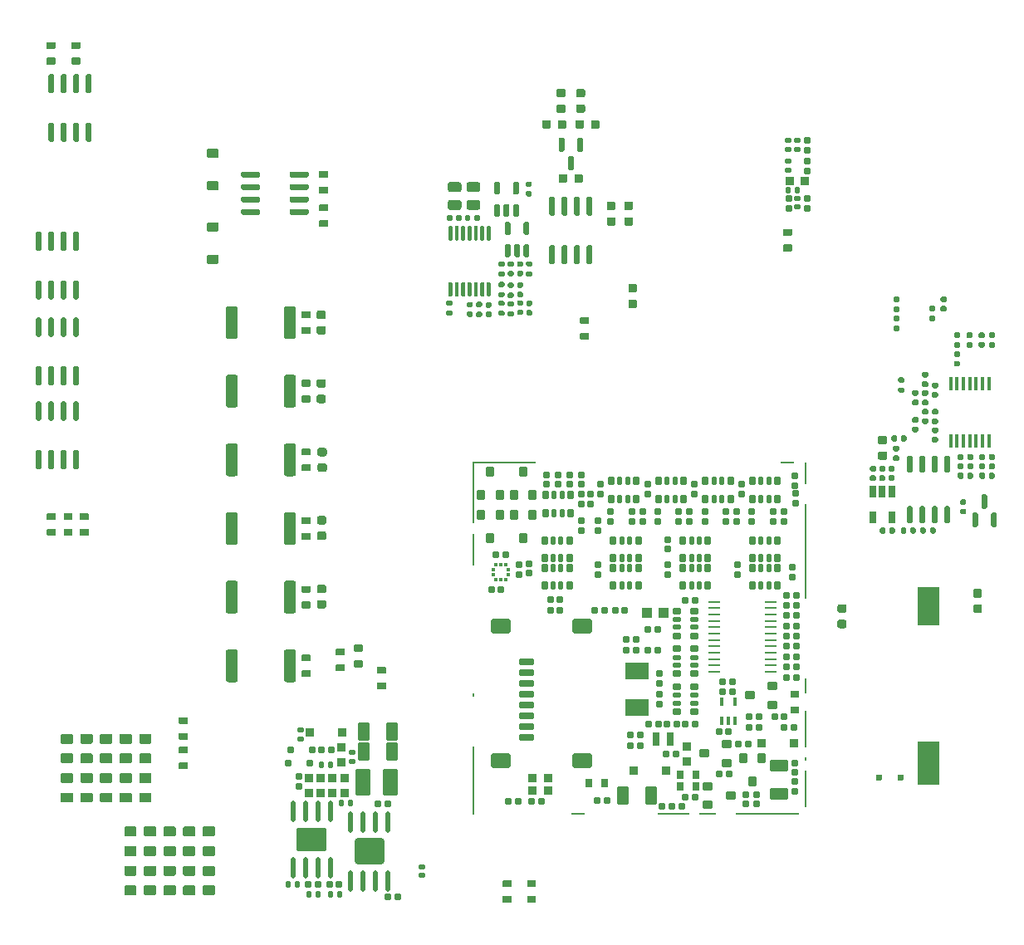
<source format=gbp>
G75*
G70*
%OFA0B0*%
%FSLAX25Y25*%
%IPPOS*%
%LPD*%
%AMOC8*
5,1,8,0,0,1.08239X$1,22.5*
%
%AMM11*
21,1,0.023620,0.018900,0.000000,0.000000,90.000000*
21,1,0.018900,0.023620,0.000000,0.000000,90.000000*
1,1,0.004720,0.009450,0.009450*
1,1,0.004720,0.009450,-0.009450*
1,1,0.004720,-0.009450,-0.009450*
1,1,0.004720,-0.009450,0.009450*
%
%AMM117*
21,1,0.023620,0.018900,0.000000,-0.000000,90.000000*
21,1,0.018900,0.023620,0.000000,-0.000000,90.000000*
1,1,0.004720,0.009450,0.009450*
1,1,0.004720,0.009450,-0.009450*
1,1,0.004720,-0.009450,-0.009450*
1,1,0.004720,-0.009450,0.009450*
%
%AMM118*
21,1,0.019680,0.019680,0.000000,-0.000000,180.000000*
21,1,0.015750,0.023620,0.000000,-0.000000,180.000000*
1,1,0.003940,-0.007870,0.009840*
1,1,0.003940,0.007870,0.009840*
1,1,0.003940,0.007870,-0.009840*
1,1,0.003940,-0.007870,-0.009840*
%
%AMM119*
21,1,0.033470,0.026770,0.000000,-0.000000,180.000000*
21,1,0.026770,0.033470,0.000000,-0.000000,180.000000*
1,1,0.006690,-0.013390,0.013390*
1,1,0.006690,0.013390,0.013390*
1,1,0.006690,0.013390,-0.013390*
1,1,0.006690,-0.013390,-0.013390*
%
%AMM12*
21,1,0.019680,0.019680,0.000000,0.000000,0.000000*
21,1,0.015750,0.023620,0.000000,0.000000,0.000000*
1,1,0.003940,0.007870,-0.009840*
1,1,0.003940,-0.007870,-0.009840*
1,1,0.003940,-0.007870,0.009840*
1,1,0.003940,0.007870,0.009840*
%
%AMM120*
21,1,0.019680,0.019680,0.000000,-0.000000,270.000000*
21,1,0.015750,0.023620,0.000000,-0.000000,270.000000*
1,1,0.003940,-0.009840,-0.007870*
1,1,0.003940,-0.009840,0.007870*
1,1,0.003940,0.009840,0.007870*
1,1,0.003940,0.009840,-0.007870*
%
%AMM13*
21,1,0.019680,0.019680,0.000000,0.000000,270.000000*
21,1,0.015750,0.023620,0.000000,0.000000,270.000000*
1,1,0.003940,-0.009840,-0.007870*
1,1,0.003940,-0.009840,0.007870*
1,1,0.003940,0.009840,0.007870*
1,1,0.003940,0.009840,-0.007870*
%
%AMM183*
21,1,0.025590,0.026380,-0.000000,-0.000000,90.000000*
21,1,0.020470,0.031500,-0.000000,-0.000000,90.000000*
1,1,0.005120,0.013190,0.010240*
1,1,0.005120,0.013190,-0.010240*
1,1,0.005120,-0.013190,-0.010240*
1,1,0.005120,-0.013190,0.010240*
%
%AMM184*
21,1,0.017720,0.027950,-0.000000,-0.000000,90.000000*
21,1,0.014170,0.031500,-0.000000,-0.000000,90.000000*
1,1,0.003540,0.013980,0.007090*
1,1,0.003540,0.013980,-0.007090*
1,1,0.003540,-0.013980,-0.007090*
1,1,0.003540,-0.013980,0.007090*
%
%AMM187*
21,1,0.027560,0.018900,-0.000000,-0.000000,270.000000*
21,1,0.022840,0.023620,-0.000000,-0.000000,270.000000*
1,1,0.004720,-0.009450,-0.011420*
1,1,0.004720,-0.009450,0.011420*
1,1,0.004720,0.009450,0.011420*
1,1,0.004720,0.009450,-0.011420*
%
%AMM189*
21,1,0.027560,0.018900,-0.000000,-0.000000,0.000000*
21,1,0.022840,0.023620,-0.000000,-0.000000,0.000000*
1,1,0.004720,0.011420,-0.009450*
1,1,0.004720,-0.011420,-0.009450*
1,1,0.004720,-0.011420,0.009450*
1,1,0.004720,0.011420,0.009450*
%
%AMM191*
21,1,0.035430,0.030320,-0.000000,-0.000000,90.000000*
21,1,0.028350,0.037400,-0.000000,-0.000000,90.000000*
1,1,0.007090,0.015160,0.014170*
1,1,0.007090,0.015160,-0.014170*
1,1,0.007090,-0.015160,-0.014170*
1,1,0.007090,-0.015160,0.014170*
%
%AMM194*
21,1,0.027560,0.030710,-0.000000,-0.000000,180.000000*
21,1,0.022050,0.036220,-0.000000,-0.000000,180.000000*
1,1,0.005510,-0.011020,0.015350*
1,1,0.005510,0.011020,0.015350*
1,1,0.005510,0.011020,-0.015350*
1,1,0.005510,-0.011020,-0.015350*
%
%AMM215*
21,1,0.033470,0.026770,-0.000000,-0.000000,270.000000*
21,1,0.026770,0.033470,-0.000000,-0.000000,270.000000*
1,1,0.006690,-0.013390,-0.013390*
1,1,0.006690,-0.013390,0.013390*
1,1,0.006690,0.013390,0.013390*
1,1,0.006690,0.013390,-0.013390*
%
%AMM216*
21,1,0.025590,0.026380,-0.000000,-0.000000,180.000000*
21,1,0.020470,0.031500,-0.000000,-0.000000,180.000000*
1,1,0.005120,-0.010240,0.013190*
1,1,0.005120,0.010240,0.013190*
1,1,0.005120,0.010240,-0.013190*
1,1,0.005120,-0.010240,-0.013190*
%
%AMM217*
21,1,0.017720,0.027950,-0.000000,-0.000000,180.000000*
21,1,0.014170,0.031500,-0.000000,-0.000000,180.000000*
1,1,0.003540,-0.007090,0.013980*
1,1,0.003540,0.007090,0.013980*
1,1,0.003540,0.007090,-0.013980*
1,1,0.003540,-0.007090,-0.013980*
%
%AMM218*
21,1,0.033470,0.026770,-0.000000,-0.000000,180.000000*
21,1,0.026770,0.033470,-0.000000,-0.000000,180.000000*
1,1,0.006690,-0.013390,0.013390*
1,1,0.006690,0.013390,0.013390*
1,1,0.006690,0.013390,-0.013390*
1,1,0.006690,-0.013390,-0.013390*
%
%AMM219*
21,1,0.078740,0.045670,-0.000000,-0.000000,0.000000*
21,1,0.067320,0.057090,-0.000000,-0.000000,0.000000*
1,1,0.011420,0.033660,-0.022840*
1,1,0.011420,-0.033660,-0.022840*
1,1,0.011420,-0.033660,0.022840*
1,1,0.011420,0.033660,0.022840*
%
%AMM220*
21,1,0.059060,0.020470,-0.000000,-0.000000,0.000000*
21,1,0.053940,0.025590,-0.000000,-0.000000,0.000000*
1,1,0.005120,0.026970,-0.010240*
1,1,0.005120,-0.026970,-0.010240*
1,1,0.005120,-0.026970,0.010240*
1,1,0.005120,0.026970,0.010240*
%
%AMM221*
21,1,0.035430,0.030320,-0.000000,-0.000000,0.000000*
21,1,0.028350,0.037400,-0.000000,-0.000000,0.000000*
1,1,0.007090,0.014170,-0.015160*
1,1,0.007090,-0.014170,-0.015160*
1,1,0.007090,-0.014170,0.015160*
1,1,0.007090,0.014170,0.015160*
%
%AMM222*
21,1,0.012600,0.028980,-0.000000,-0.000000,0.000000*
21,1,0.010080,0.031500,-0.000000,-0.000000,0.000000*
1,1,0.002520,0.005040,-0.014490*
1,1,0.002520,-0.005040,-0.014490*
1,1,0.002520,-0.005040,0.014490*
1,1,0.002520,0.005040,0.014490*
%
%AMM223*
21,1,0.070870,0.036220,-0.000000,-0.000000,180.000000*
21,1,0.061810,0.045280,-0.000000,-0.000000,180.000000*
1,1,0.009060,-0.030910,0.018110*
1,1,0.009060,0.030910,0.018110*
1,1,0.009060,0.030910,-0.018110*
1,1,0.009060,-0.030910,-0.018110*
%
%AMM224*
21,1,0.035830,0.026770,-0.000000,-0.000000,180.000000*
21,1,0.029130,0.033470,-0.000000,-0.000000,180.000000*
1,1,0.006690,-0.014570,0.013390*
1,1,0.006690,0.014570,0.013390*
1,1,0.006690,0.014570,-0.013390*
1,1,0.006690,-0.014570,-0.013390*
%
%AMM225*
21,1,0.027560,0.049610,-0.000000,-0.000000,180.000000*
21,1,0.022050,0.055120,-0.000000,-0.000000,180.000000*
1,1,0.005510,-0.011020,0.024800*
1,1,0.005510,0.011020,0.024800*
1,1,0.005510,0.011020,-0.024800*
1,1,0.005510,-0.011020,-0.024800*
%
%AMM226*
21,1,0.070870,0.036220,-0.000000,-0.000000,270.000000*
21,1,0.061810,0.045280,-0.000000,-0.000000,270.000000*
1,1,0.009060,-0.018110,-0.030910*
1,1,0.009060,-0.018110,0.030910*
1,1,0.009060,0.018110,0.030910*
1,1,0.009060,0.018110,-0.030910*
%
%AMM227*
21,1,0.027560,0.030710,-0.000000,-0.000000,270.000000*
21,1,0.022050,0.036220,-0.000000,-0.000000,270.000000*
1,1,0.005510,-0.015350,-0.011020*
1,1,0.005510,-0.015350,0.011020*
1,1,0.005510,0.015350,0.011020*
1,1,0.005510,0.015350,-0.011020*
%
%AMM27*
21,1,0.106300,0.050390,0.000000,0.000000,90.000000*
21,1,0.093700,0.062990,0.000000,0.000000,90.000000*
1,1,0.012600,0.025200,0.046850*
1,1,0.012600,0.025200,-0.046850*
1,1,0.012600,-0.025200,-0.046850*
1,1,0.012600,-0.025200,0.046850*
%
%AMM28*
21,1,0.033470,0.026770,0.000000,0.000000,270.000000*
21,1,0.026770,0.033470,0.000000,0.000000,270.000000*
1,1,0.006690,-0.013390,-0.013390*
1,1,0.006690,-0.013390,0.013390*
1,1,0.006690,0.013390,0.013390*
1,1,0.006690,0.013390,-0.013390*
%
%AMM29*
21,1,0.023620,0.018900,0.000000,0.000000,180.000000*
21,1,0.018900,0.023620,0.000000,0.000000,180.000000*
1,1,0.004720,-0.009450,0.009450*
1,1,0.004720,0.009450,0.009450*
1,1,0.004720,0.009450,-0.009450*
1,1,0.004720,-0.009450,-0.009450*
%
%AMM30*
21,1,0.122050,0.075590,0.000000,0.000000,180.000000*
21,1,0.103150,0.094490,0.000000,0.000000,180.000000*
1,1,0.018900,-0.051580,0.037800*
1,1,0.018900,0.051580,0.037800*
1,1,0.018900,0.051580,-0.037800*
1,1,0.018900,-0.051580,-0.037800*
%
%AMM31*
21,1,0.118110,0.083460,0.000000,0.000000,0.000000*
21,1,0.097240,0.104330,0.000000,0.000000,0.000000*
1,1,0.020870,0.048620,-0.041730*
1,1,0.020870,-0.048620,-0.041730*
1,1,0.020870,-0.048620,0.041730*
1,1,0.020870,0.048620,0.041730*
%
%AMM7*
21,1,0.035830,0.026770,0.000000,0.000000,0.000000*
21,1,0.029130,0.033470,0.000000,0.000000,0.000000*
1,1,0.006690,0.014570,-0.013390*
1,1,0.006690,-0.014570,-0.013390*
1,1,0.006690,-0.014570,0.013390*
1,1,0.006690,0.014570,0.013390*
%
%AMM8*
21,1,0.070870,0.036220,0.000000,0.000000,90.000000*
21,1,0.061810,0.045280,0.000000,0.000000,90.000000*
1,1,0.009060,0.018110,0.030910*
1,1,0.009060,0.018110,-0.030910*
1,1,0.009060,-0.018110,-0.030910*
1,1,0.009060,-0.018110,0.030910*
%
%ADD108M7*%
%ADD109M8*%
%ADD112M11*%
%ADD113M12*%
%ADD114M13*%
%ADD132M27*%
%ADD133M28*%
%ADD134M29*%
%ADD135O,0.01968X0.08661*%
%ADD136M30*%
%ADD137M31*%
%ADD235R,0.01378X0.01476*%
%ADD238O,0.04961X0.00984*%
%ADD240R,0.09449X0.06693*%
%ADD241R,0.01476X0.01378*%
%ADD243R,0.03937X0.04331*%
%ADD298M117*%
%ADD299M118*%
%ADD300M119*%
%ADD301M120*%
%ADD312R,0.01772X0.05709*%
%ADD313R,0.02559X0.04803*%
%ADD392M183*%
%ADD393M184*%
%ADD396M187*%
%ADD398M189*%
%ADD400M191*%
%ADD403M194*%
%ADD424M215*%
%ADD425M216*%
%ADD426M217*%
%ADD427M218*%
%ADD428M219*%
%ADD429M220*%
%ADD430M221*%
%ADD431M222*%
%ADD432M223*%
%ADD433M224*%
%ADD434M225*%
%ADD435M226*%
%ADD436M227*%
%ADD57R,0.00787X0.14567*%
%ADD58R,0.00787X0.01575*%
%ADD59R,0.00787X0.06299*%
%ADD60R,0.00787X0.38189*%
%ADD61R,0.00787X0.09055*%
%ADD62R,0.05512X0.00787*%
%ADD63R,0.25197X0.00787*%
%ADD64R,0.06693X0.00787*%
%ADD65R,0.12992X0.00787*%
%ADD66R,0.00787X0.27559*%
%ADD67R,0.00787X0.12992*%
%ADD68R,0.00787X0.24803*%
%ADD95R,0.09055X0.17323*%
%ADD96R,0.09055X0.15748*%
X0000000Y0000000D02*
%LPD*%
G01*
G36*
G01*
X0214173Y0319968D02*
X0215354Y0319968D01*
G75*
G02*
X0215945Y0319377I0000000J-000591D01*
G01*
X0215945Y0314751D01*
G75*
G02*
X0215354Y0314160I-000591J0000000D01*
G01*
X0214173Y0314160D01*
G75*
G02*
X0213583Y0314751I0000000J0000591D01*
G01*
X0213583Y0319377D01*
G75*
G02*
X0214173Y0319968I0000591J0000000D01*
G01*
G37*
G36*
G01*
X0221654Y0319968D02*
X0222835Y0319968D01*
G75*
G02*
X0223425Y0319377I0000000J-000591D01*
G01*
X0223425Y0314751D01*
G75*
G02*
X0222835Y0314160I-000591J0000000D01*
G01*
X0221654Y0314160D01*
G75*
G02*
X0221063Y0314751I0000000J0000591D01*
G01*
X0221063Y0319377D01*
G75*
G02*
X0221654Y0319968I0000591J0000000D01*
G01*
G37*
G36*
G01*
X0217913Y0312586D02*
X0219094Y0312586D01*
G75*
G02*
X0219685Y0311995I0000000J-000591D01*
G01*
X0219685Y0307369D01*
G75*
G02*
X0219094Y0306779I-000591J0000000D01*
G01*
X0217913Y0306779D01*
G75*
G02*
X0217323Y0307369I0000000J0000591D01*
G01*
X0217323Y0311995D01*
G75*
G02*
X0217913Y0312586I0000591J0000000D01*
G01*
G37*
G36*
G01*
X0049803Y0053050D02*
X0045669Y0053050D01*
G75*
G02*
X0045276Y0053444I0000000J0000394D01*
G01*
X0045276Y0056593D01*
G75*
G02*
X0045669Y0056987I0000394J0000000D01*
G01*
X0049803Y0056987D01*
G75*
G02*
X0050197Y0056593I0000000J-000394D01*
G01*
X0050197Y0053444D01*
G75*
G02*
X0049803Y0053050I-000394J0000000D01*
G01*
G37*
G36*
G01*
X0049803Y0060924D02*
X0045669Y0060924D01*
G75*
G02*
X0045276Y0061318I0000000J0000394D01*
G01*
X0045276Y0064467D01*
G75*
G02*
X0045669Y0064861I0000394J0000000D01*
G01*
X0049803Y0064861D01*
G75*
G02*
X0050197Y0064467I0000000J-000394D01*
G01*
X0050197Y0061318D01*
G75*
G02*
X0049803Y0060924I-000394J0000000D01*
G01*
G37*
G36*
G01*
X0241969Y0261141D02*
X0244646Y0261141D01*
G75*
G02*
X0244980Y0260806I0000000J-000335D01*
G01*
X0244980Y0258129D01*
G75*
G02*
X0244646Y0257794I-000335J0000000D01*
G01*
X0241969Y0257794D01*
G75*
G02*
X0241634Y0258129I0000000J0000335D01*
G01*
X0241634Y0260806D01*
G75*
G02*
X0241969Y0261141I0000335J0000000D01*
G01*
G37*
G36*
G01*
X0241969Y0254920D02*
X0244646Y0254920D01*
G75*
G02*
X0244980Y0254586I0000000J-000335D01*
G01*
X0244980Y0251908D01*
G75*
G02*
X0244646Y0251574I-000335J0000000D01*
G01*
X0241969Y0251574D01*
G75*
G02*
X0241634Y0251908I0000000J0000335D01*
G01*
X0241634Y0254586D01*
G75*
G02*
X0241969Y0254920I0000335J0000000D01*
G01*
G37*
G36*
G01*
X0076811Y0298877D02*
X0072795Y0298877D01*
G75*
G02*
X0072441Y0299231I0000000J0000354D01*
G01*
X0072441Y0302066D01*
G75*
G02*
X0072795Y0302420I0000354J0000000D01*
G01*
X0076811Y0302420D01*
G75*
G02*
X0077165Y0302066I0000000J-000354D01*
G01*
X0077165Y0299231D01*
G75*
G02*
X0076811Y0298877I-000354J0000000D01*
G01*
G37*
G36*
G01*
X0076811Y0311869D02*
X0072795Y0311869D01*
G75*
G02*
X0072441Y0312223I0000000J0000354D01*
G01*
X0072441Y0315058D01*
G75*
G02*
X0072795Y0315412I0000354J0000000D01*
G01*
X0076811Y0315412D01*
G75*
G02*
X0077165Y0315058I0000000J-000354D01*
G01*
X0077165Y0312223D01*
G75*
G02*
X0076811Y0311869I-000354J0000000D01*
G01*
G37*
D95*
X0362205Y0068956D03*
D96*
X0362205Y0131948D03*
G36*
G01*
X0004311Y0247696D02*
X0005492Y0247696D01*
G75*
G02*
X0006083Y0247105I0000000J-000591D01*
G01*
X0006083Y0240609D01*
G75*
G02*
X0005492Y0240019I-000591J0000000D01*
G01*
X0004311Y0240019D01*
G75*
G02*
X0003720Y0240609I0000000J0000591D01*
G01*
X0003720Y0247105D01*
G75*
G02*
X0004311Y0247696I0000591J0000000D01*
G01*
G37*
G36*
G01*
X0009311Y0247696D02*
X0010492Y0247696D01*
G75*
G02*
X0011083Y0247105I0000000J-000591D01*
G01*
X0011083Y0240609D01*
G75*
G02*
X0010492Y0240019I-000591J0000000D01*
G01*
X0009311Y0240019D01*
G75*
G02*
X0008720Y0240609I0000000J0000591D01*
G01*
X0008720Y0247105D01*
G75*
G02*
X0009311Y0247696I0000591J0000000D01*
G01*
G37*
G36*
G01*
X0014311Y0247696D02*
X0015492Y0247696D01*
G75*
G02*
X0016083Y0247105I0000000J-000591D01*
G01*
X0016083Y0240609D01*
G75*
G02*
X0015492Y0240019I-000591J0000000D01*
G01*
X0014311Y0240019D01*
G75*
G02*
X0013720Y0240609I0000000J0000591D01*
G01*
X0013720Y0247105D01*
G75*
G02*
X0014311Y0247696I0000591J0000000D01*
G01*
G37*
G36*
G01*
X0019311Y0247696D02*
X0020492Y0247696D01*
G75*
G02*
X0021083Y0247105I0000000J-000591D01*
G01*
X0021083Y0240609D01*
G75*
G02*
X0020492Y0240019I-000591J0000000D01*
G01*
X0019311Y0240019D01*
G75*
G02*
X0018720Y0240609I0000000J0000591D01*
G01*
X0018720Y0247105D01*
G75*
G02*
X0019311Y0247696I0000591J0000000D01*
G01*
G37*
G36*
G01*
X0019311Y0228208D02*
X0020492Y0228208D01*
G75*
G02*
X0021083Y0227617I0000000J-000591D01*
G01*
X0021083Y0221121D01*
G75*
G02*
X0020492Y0220530I-000591J0000000D01*
G01*
X0019311Y0220530D01*
G75*
G02*
X0018720Y0221121I0000000J0000591D01*
G01*
X0018720Y0227617D01*
G75*
G02*
X0019311Y0228208I0000591J0000000D01*
G01*
G37*
G36*
G01*
X0014311Y0228208D02*
X0015492Y0228208D01*
G75*
G02*
X0016083Y0227617I0000000J-000591D01*
G01*
X0016083Y0221121D01*
G75*
G02*
X0015492Y0220530I-000591J0000000D01*
G01*
X0014311Y0220530D01*
G75*
G02*
X0013720Y0221121I0000000J0000591D01*
G01*
X0013720Y0227617D01*
G75*
G02*
X0014311Y0228208I0000591J0000000D01*
G01*
G37*
G36*
G01*
X0009311Y0228208D02*
X0010492Y0228208D01*
G75*
G02*
X0011083Y0227617I0000000J-000591D01*
G01*
X0011083Y0221121D01*
G75*
G02*
X0010492Y0220530I-000591J0000000D01*
G01*
X0009311Y0220530D01*
G75*
G02*
X0008720Y0221121I0000000J0000591D01*
G01*
X0008720Y0227617D01*
G75*
G02*
X0009311Y0228208I0000591J0000000D01*
G01*
G37*
G36*
G01*
X0004311Y0228208D02*
X0005492Y0228208D01*
G75*
G02*
X0006083Y0227617I0000000J-000591D01*
G01*
X0006083Y0221121D01*
G75*
G02*
X0005492Y0220530I-000591J0000000D01*
G01*
X0004311Y0220530D01*
G75*
G02*
X0003720Y0221121I0000000J0000591D01*
G01*
X0003720Y0227617D01*
G75*
G02*
X0004311Y0228208I0000591J0000000D01*
G01*
G37*
G36*
G01*
X0011575Y0160097D02*
X0008504Y0160097D01*
G75*
G02*
X0008228Y0160373I0000000J0000276D01*
G01*
X0008228Y0162578D01*
G75*
G02*
X0008504Y0162853I0000276J0000000D01*
G01*
X0011575Y0162853D01*
G75*
G02*
X0011850Y0162578I0000000J-000276D01*
G01*
X0011850Y0160373D01*
G75*
G02*
X0011575Y0160097I-000276J0000000D01*
G01*
G37*
G36*
G01*
X0011575Y0166397D02*
X0008504Y0166397D01*
G75*
G02*
X0008228Y0166672I0000000J0000276D01*
G01*
X0008228Y0168877D01*
G75*
G02*
X0008504Y0169152I0000276J0000000D01*
G01*
X0011575Y0169152D01*
G75*
G02*
X0011850Y0168877I0000000J-000276D01*
G01*
X0011850Y0166672D01*
G75*
G02*
X0011575Y0166397I-000276J0000000D01*
G01*
G37*
G36*
G01*
X0229941Y0326593D02*
X0229941Y0323916D01*
G75*
G02*
X0229606Y0323582I-000335J0000000D01*
G01*
X0226929Y0323582D01*
G75*
G02*
X0226594Y0323916I0000000J0000335D01*
G01*
X0226594Y0326593D01*
G75*
G02*
X0226929Y0326928I0000335J0000000D01*
G01*
X0229606Y0326928D01*
G75*
G02*
X0229941Y0326593I0000000J-000335D01*
G01*
G37*
G36*
G01*
X0223720Y0326593D02*
X0223720Y0323916D01*
G75*
G02*
X0223386Y0323582I-000335J0000000D01*
G01*
X0220709Y0323582D01*
G75*
G02*
X0220374Y0323916I0000000J0000335D01*
G01*
X0220374Y0326593D01*
G75*
G02*
X0220709Y0326928I0000335J0000000D01*
G01*
X0223386Y0326928D01*
G75*
G02*
X0223720Y0326593I0000000J-000335D01*
G01*
G37*
G36*
G01*
X0026181Y0053050D02*
X0022047Y0053050D01*
G75*
G02*
X0021654Y0053444I0000000J0000394D01*
G01*
X0021654Y0056593D01*
G75*
G02*
X0022047Y0056987I0000394J0000000D01*
G01*
X0026181Y0056987D01*
G75*
G02*
X0026575Y0056593I0000000J-000394D01*
G01*
X0026575Y0053444D01*
G75*
G02*
X0026181Y0053050I-000394J0000000D01*
G01*
G37*
G36*
G01*
X0026181Y0060924D02*
X0022047Y0060924D01*
G75*
G02*
X0021654Y0061318I0000000J0000394D01*
G01*
X0021654Y0064467D01*
G75*
G02*
X0022047Y0064861I0000394J0000000D01*
G01*
X0026181Y0064861D01*
G75*
G02*
X0026575Y0064467I0000000J-000394D01*
G01*
X0026575Y0061318D01*
G75*
G02*
X0026181Y0060924I-000394J0000000D01*
G01*
G37*
G36*
G01*
X0380551Y0138700D02*
X0383228Y0138700D01*
G75*
G02*
X0383563Y0138365I0000000J-000335D01*
G01*
X0383563Y0135688D01*
G75*
G02*
X0383228Y0135353I-000335J0000000D01*
G01*
X0380551Y0135353D01*
G75*
G02*
X0380217Y0135688I0000000J0000335D01*
G01*
X0380217Y0138365D01*
G75*
G02*
X0380551Y0138700I0000335J0000000D01*
G01*
G37*
G36*
G01*
X0380551Y0132479D02*
X0383228Y0132479D01*
G75*
G02*
X0383563Y0132145I0000000J-000335D01*
G01*
X0383563Y0129467D01*
G75*
G02*
X0383228Y0129133I-000335J0000000D01*
G01*
X0380551Y0129133D01*
G75*
G02*
X0380217Y0129467I0000000J0000335D01*
G01*
X0380217Y0132145D01*
G75*
G02*
X0380551Y0132479I0000335J0000000D01*
G01*
G37*
G36*
G01*
X0213720Y0302192D02*
X0213720Y0304869D01*
G75*
G02*
X0214055Y0305204I0000335J0000000D01*
G01*
X0216732Y0305204D01*
G75*
G02*
X0217067Y0304869I0000000J-000335D01*
G01*
X0217067Y0302192D01*
G75*
G02*
X0216732Y0301857I-000335J0000000D01*
G01*
X0214055Y0301857D01*
G75*
G02*
X0213720Y0302192I0000000J0000335D01*
G01*
G37*
G36*
G01*
X0219941Y0302192D02*
X0219941Y0304869D01*
G75*
G02*
X0220276Y0305204I0000335J0000000D01*
G01*
X0222953Y0305204D01*
G75*
G02*
X0223287Y0304869I0000000J-000335D01*
G01*
X0223287Y0302192D01*
G75*
G02*
X0222953Y0301857I-000335J0000000D01*
G01*
X0220276Y0301857D01*
G75*
G02*
X0219941Y0302192I0000000J0000335D01*
G01*
G37*
G36*
G01*
X0024764Y0160097D02*
X0021693Y0160097D01*
G75*
G02*
X0021417Y0160373I0000000J0000276D01*
G01*
X0021417Y0162578D01*
G75*
G02*
X0021693Y0162853I0000276J0000000D01*
G01*
X0024764Y0162853D01*
G75*
G02*
X0025039Y0162578I0000000J-000276D01*
G01*
X0025039Y0160373D01*
G75*
G02*
X0024764Y0160097I-000276J0000000D01*
G01*
G37*
G36*
G01*
X0024764Y0166397D02*
X0021693Y0166397D01*
G75*
G02*
X0021417Y0166672I0000000J0000276D01*
G01*
X0021417Y0168877D01*
G75*
G02*
X0021693Y0169152I0000276J0000000D01*
G01*
X0024764Y0169152D01*
G75*
G02*
X0025039Y0168877I0000000J-000276D01*
G01*
X0025039Y0166672D01*
G75*
G02*
X0024764Y0166397I-000276J0000000D01*
G01*
G37*
G36*
G01*
X0063287Y0043365D02*
X0067421Y0043365D01*
G75*
G02*
X0067815Y0042971I0000000J-000394D01*
G01*
X0067815Y0039822D01*
G75*
G02*
X0067421Y0039428I-000394J0000000D01*
G01*
X0063287Y0039428D01*
G75*
G02*
X0062894Y0039822I0000000J0000394D01*
G01*
X0062894Y0042971D01*
G75*
G02*
X0063287Y0043365I0000394J0000000D01*
G01*
G37*
G36*
G01*
X0063287Y0035491D02*
X0067421Y0035491D01*
G75*
G02*
X0067815Y0035097I0000000J-000394D01*
G01*
X0067815Y0031948D01*
G75*
G02*
X0067421Y0031554I-000394J0000000D01*
G01*
X0063287Y0031554D01*
G75*
G02*
X0062894Y0031948I0000000J0000394D01*
G01*
X0062894Y0035097D01*
G75*
G02*
X0063287Y0035491I0000394J0000000D01*
G01*
G37*
G36*
G01*
X0108169Y0251338D02*
X0108169Y0240117D01*
G75*
G02*
X0107185Y0239133I-000984J0000000D01*
G01*
X0104331Y0239133D01*
G75*
G02*
X0103346Y0240117I0000000J0000984D01*
G01*
X0103346Y0251338D01*
G75*
G02*
X0104331Y0252322I0000984J0000000D01*
G01*
X0107185Y0252322D01*
G75*
G02*
X0108169Y0251338I0000000J-000984D01*
G01*
G37*
G36*
G01*
X0084843Y0251338D02*
X0084843Y0240117D01*
G75*
G02*
X0083858Y0239133I-000984J0000000D01*
G01*
X0081004Y0239133D01*
G75*
G02*
X0080020Y0240117I0000000J0000984D01*
G01*
X0080020Y0251338D01*
G75*
G02*
X0081004Y0252322I0000984J0000000D01*
G01*
X0083858Y0252322D01*
G75*
G02*
X0084843Y0251338I0000000J-000984D01*
G01*
G37*
G36*
G01*
X0029921Y0080609D02*
X0034055Y0080609D01*
G75*
G02*
X0034449Y0080215I0000000J-000394D01*
G01*
X0034449Y0077066D01*
G75*
G02*
X0034055Y0076672I-000394J0000000D01*
G01*
X0029921Y0076672D01*
G75*
G02*
X0029528Y0077066I0000000J0000394D01*
G01*
X0029528Y0080215D01*
G75*
G02*
X0029921Y0080609I0000394J0000000D01*
G01*
G37*
G36*
G01*
X0029921Y0072735D02*
X0034055Y0072735D01*
G75*
G02*
X0034449Y0072341I0000000J-000394D01*
G01*
X0034449Y0069192D01*
G75*
G02*
X0034055Y0068798I-000394J0000000D01*
G01*
X0029921Y0068798D01*
G75*
G02*
X0029528Y0069192I0000000J0000394D01*
G01*
X0029528Y0072341D01*
G75*
G02*
X0029921Y0072735I0000394J0000000D01*
G01*
G37*
G36*
G01*
X0075295Y0015806D02*
X0071161Y0015806D01*
G75*
G02*
X0070768Y0016200I0000000J0000394D01*
G01*
X0070768Y0019349D01*
G75*
G02*
X0071161Y0019743I0000394J0000000D01*
G01*
X0075295Y0019743D01*
G75*
G02*
X0075689Y0019349I0000000J-000394D01*
G01*
X0075689Y0016200D01*
G75*
G02*
X0075295Y0015806I-000394J0000000D01*
G01*
G37*
G36*
G01*
X0075295Y0023680D02*
X0071161Y0023680D01*
G75*
G02*
X0070768Y0024074I0000000J0000394D01*
G01*
X0070768Y0027223D01*
G75*
G02*
X0071161Y0027617I0000394J0000000D01*
G01*
X0075295Y0027617D01*
G75*
G02*
X0075689Y0027223I0000000J-000394D01*
G01*
X0075689Y0024074D01*
G75*
G02*
X0075295Y0023680I-000394J0000000D01*
G01*
G37*
G36*
G01*
X0210413Y0296318D02*
X0211594Y0296318D01*
G75*
G02*
X0212185Y0295727I0000000J-000591D01*
G01*
X0212185Y0289231D01*
G75*
G02*
X0211594Y0288641I-000591J0000000D01*
G01*
X0210413Y0288641D01*
G75*
G02*
X0209823Y0289231I0000000J0000591D01*
G01*
X0209823Y0295727D01*
G75*
G02*
X0210413Y0296318I0000591J0000000D01*
G01*
G37*
G36*
G01*
X0215413Y0296318D02*
X0216594Y0296318D01*
G75*
G02*
X0217185Y0295727I0000000J-000591D01*
G01*
X0217185Y0289231D01*
G75*
G02*
X0216594Y0288641I-000591J0000000D01*
G01*
X0215413Y0288641D01*
G75*
G02*
X0214823Y0289231I0000000J0000591D01*
G01*
X0214823Y0295727D01*
G75*
G02*
X0215413Y0296318I0000591J0000000D01*
G01*
G37*
G36*
G01*
X0220413Y0296318D02*
X0221594Y0296318D01*
G75*
G02*
X0222185Y0295727I0000000J-000591D01*
G01*
X0222185Y0289231D01*
G75*
G02*
X0221594Y0288641I-000591J0000000D01*
G01*
X0220413Y0288641D01*
G75*
G02*
X0219823Y0289231I0000000J0000591D01*
G01*
X0219823Y0295727D01*
G75*
G02*
X0220413Y0296318I0000591J0000000D01*
G01*
G37*
G36*
G01*
X0225413Y0296318D02*
X0226594Y0296318D01*
G75*
G02*
X0227185Y0295727I0000000J-000591D01*
G01*
X0227185Y0289231D01*
G75*
G02*
X0226594Y0288641I-000591J0000000D01*
G01*
X0225413Y0288641D01*
G75*
G02*
X0224823Y0289231I0000000J0000591D01*
G01*
X0224823Y0295727D01*
G75*
G02*
X0225413Y0296318I0000591J0000000D01*
G01*
G37*
G36*
G01*
X0225413Y0276830D02*
X0226594Y0276830D01*
G75*
G02*
X0227185Y0276239I0000000J-000591D01*
G01*
X0227185Y0269743D01*
G75*
G02*
X0226594Y0269152I-000591J0000000D01*
G01*
X0225413Y0269152D01*
G75*
G02*
X0224823Y0269743I0000000J0000591D01*
G01*
X0224823Y0276239D01*
G75*
G02*
X0225413Y0276830I0000591J0000000D01*
G01*
G37*
G36*
G01*
X0220413Y0276830D02*
X0221594Y0276830D01*
G75*
G02*
X0222185Y0276239I0000000J-000591D01*
G01*
X0222185Y0269743D01*
G75*
G02*
X0221594Y0269152I-000591J0000000D01*
G01*
X0220413Y0269152D01*
G75*
G02*
X0219823Y0269743I0000000J0000591D01*
G01*
X0219823Y0276239D01*
G75*
G02*
X0220413Y0276830I0000591J0000000D01*
G01*
G37*
G36*
G01*
X0215413Y0276830D02*
X0216594Y0276830D01*
G75*
G02*
X0217185Y0276239I0000000J-000591D01*
G01*
X0217185Y0269743D01*
G75*
G02*
X0216594Y0269152I-000591J0000000D01*
G01*
X0215413Y0269152D01*
G75*
G02*
X0214823Y0269743I0000000J0000591D01*
G01*
X0214823Y0276239D01*
G75*
G02*
X0215413Y0276830I0000591J0000000D01*
G01*
G37*
G36*
G01*
X0210413Y0276830D02*
X0211594Y0276830D01*
G75*
G02*
X0212185Y0276239I0000000J-000591D01*
G01*
X0212185Y0269743D01*
G75*
G02*
X0211594Y0269152I-000591J0000000D01*
G01*
X0210413Y0269152D01*
G75*
G02*
X0209823Y0269743I0000000J0000591D01*
G01*
X0209823Y0276239D01*
G75*
G02*
X0210413Y0276830I0000591J0000000D01*
G01*
G37*
G36*
G01*
X0014173Y0080609D02*
X0018307Y0080609D01*
G75*
G02*
X0018701Y0080215I0000000J-000394D01*
G01*
X0018701Y0077066D01*
G75*
G02*
X0018307Y0076672I-000394J0000000D01*
G01*
X0014173Y0076672D01*
G75*
G02*
X0013780Y0077066I0000000J0000394D01*
G01*
X0013780Y0080215D01*
G75*
G02*
X0014173Y0080609I0000394J0000000D01*
G01*
G37*
G36*
G01*
X0014173Y0072735D02*
X0018307Y0072735D01*
G75*
G02*
X0018701Y0072341I0000000J-000394D01*
G01*
X0018701Y0069192D01*
G75*
G02*
X0018307Y0068798I-000394J0000000D01*
G01*
X0014173Y0068798D01*
G75*
G02*
X0013780Y0069192I0000000J0000394D01*
G01*
X0013780Y0072341D01*
G75*
G02*
X0014173Y0072735I0000394J0000000D01*
G01*
G37*
G36*
G01*
X0108169Y0168660D02*
X0108169Y0157440D01*
G75*
G02*
X0107185Y0156456I-000984J0000000D01*
G01*
X0104331Y0156456D01*
G75*
G02*
X0103346Y0157440I0000000J0000984D01*
G01*
X0103346Y0168660D01*
G75*
G02*
X0104331Y0169645I0000984J0000000D01*
G01*
X0107185Y0169645D01*
G75*
G02*
X0108169Y0168660I0000000J-000984D01*
G01*
G37*
G36*
G01*
X0084843Y0168660D02*
X0084843Y0157440D01*
G75*
G02*
X0083858Y0156456I-000984J0000000D01*
G01*
X0081004Y0156456D01*
G75*
G02*
X0080020Y0157440I0000000J0000984D01*
G01*
X0080020Y0168660D01*
G75*
G02*
X0081004Y0169645I0000984J0000000D01*
G01*
X0083858Y0169645D01*
G75*
G02*
X0084843Y0168660I0000000J-000984D01*
G01*
G37*
G36*
G01*
X0004311Y0214034D02*
X0005492Y0214034D01*
G75*
G02*
X0006083Y0213444I0000000J-000591D01*
G01*
X0006083Y0206948D01*
G75*
G02*
X0005492Y0206357I-000591J0000000D01*
G01*
X0004311Y0206357D01*
G75*
G02*
X0003720Y0206948I0000000J0000591D01*
G01*
X0003720Y0213444D01*
G75*
G02*
X0004311Y0214034I0000591J0000000D01*
G01*
G37*
G36*
G01*
X0009311Y0214034D02*
X0010492Y0214034D01*
G75*
G02*
X0011083Y0213444I0000000J-000591D01*
G01*
X0011083Y0206948D01*
G75*
G02*
X0010492Y0206357I-000591J0000000D01*
G01*
X0009311Y0206357D01*
G75*
G02*
X0008720Y0206948I0000000J0000591D01*
G01*
X0008720Y0213444D01*
G75*
G02*
X0009311Y0214034I0000591J0000000D01*
G01*
G37*
G36*
G01*
X0014311Y0214034D02*
X0015492Y0214034D01*
G75*
G02*
X0016083Y0213444I0000000J-000591D01*
G01*
X0016083Y0206948D01*
G75*
G02*
X0015492Y0206357I-000591J0000000D01*
G01*
X0014311Y0206357D01*
G75*
G02*
X0013720Y0206948I0000000J0000591D01*
G01*
X0013720Y0213444D01*
G75*
G02*
X0014311Y0214034I0000591J0000000D01*
G01*
G37*
G36*
G01*
X0019311Y0214034D02*
X0020492Y0214034D01*
G75*
G02*
X0021083Y0213444I0000000J-000591D01*
G01*
X0021083Y0206948D01*
G75*
G02*
X0020492Y0206357I-000591J0000000D01*
G01*
X0019311Y0206357D01*
G75*
G02*
X0018720Y0206948I0000000J0000591D01*
G01*
X0018720Y0213444D01*
G75*
G02*
X0019311Y0214034I0000591J0000000D01*
G01*
G37*
G36*
G01*
X0019311Y0194546D02*
X0020492Y0194546D01*
G75*
G02*
X0021083Y0193956I0000000J-000591D01*
G01*
X0021083Y0187460D01*
G75*
G02*
X0020492Y0186869I-000591J0000000D01*
G01*
X0019311Y0186869D01*
G75*
G02*
X0018720Y0187460I0000000J0000591D01*
G01*
X0018720Y0193956D01*
G75*
G02*
X0019311Y0194546I0000591J0000000D01*
G01*
G37*
G36*
G01*
X0014311Y0194546D02*
X0015492Y0194546D01*
G75*
G02*
X0016083Y0193956I0000000J-000591D01*
G01*
X0016083Y0187460D01*
G75*
G02*
X0015492Y0186869I-000591J0000000D01*
G01*
X0014311Y0186869D01*
G75*
G02*
X0013720Y0187460I0000000J0000591D01*
G01*
X0013720Y0193956D01*
G75*
G02*
X0014311Y0194546I0000591J0000000D01*
G01*
G37*
G36*
G01*
X0009311Y0194546D02*
X0010492Y0194546D01*
G75*
G02*
X0011083Y0193956I0000000J-000591D01*
G01*
X0011083Y0187460D01*
G75*
G02*
X0010492Y0186869I-000591J0000000D01*
G01*
X0009311Y0186869D01*
G75*
G02*
X0008720Y0187460I0000000J0000591D01*
G01*
X0008720Y0193956D01*
G75*
G02*
X0009311Y0194546I0000591J0000000D01*
G01*
G37*
G36*
G01*
X0004311Y0194546D02*
X0005492Y0194546D01*
G75*
G02*
X0006083Y0193956I0000000J-000591D01*
G01*
X0006083Y0187460D01*
G75*
G02*
X0005492Y0186869I-000591J0000000D01*
G01*
X0004311Y0186869D01*
G75*
G02*
X0003720Y0187460I0000000J0000591D01*
G01*
X0003720Y0193956D01*
G75*
G02*
X0004311Y0194546I0000591J0000000D01*
G01*
G37*
G36*
G01*
X0235984Y0284645D02*
X0233307Y0284645D01*
G75*
G02*
X0232972Y0284979I0000000J0000335D01*
G01*
X0232972Y0287656D01*
G75*
G02*
X0233307Y0287991I0000335J0000000D01*
G01*
X0235984Y0287991D01*
G75*
G02*
X0236319Y0287656I0000000J-000335D01*
G01*
X0236319Y0284979D01*
G75*
G02*
X0235984Y0284645I-000335J0000000D01*
G01*
G37*
G36*
G01*
X0235984Y0290865D02*
X0233307Y0290865D01*
G75*
G02*
X0232972Y0291200I0000000J0000335D01*
G01*
X0232972Y0293877D01*
G75*
G02*
X0233307Y0294212I0000335J0000000D01*
G01*
X0235984Y0294212D01*
G75*
G02*
X0236319Y0293877I0000000J-000335D01*
G01*
X0236319Y0291200D01*
G75*
G02*
X0235984Y0290865I-000335J0000000D01*
G01*
G37*
G36*
G01*
X0117495Y0140511D02*
X0119513Y0140511D01*
G75*
G02*
X0120374Y0139650I0000000J-000861D01*
G01*
X0120374Y0137927D01*
G75*
G02*
X0119513Y0137066I-000861J0000000D01*
G01*
X0117495Y0137066D01*
G75*
G02*
X0116634Y0137927I0000000J0000861D01*
G01*
X0116634Y0139650D01*
G75*
G02*
X0117495Y0140511I0000861J0000000D01*
G01*
G37*
G36*
G01*
X0117495Y0134310D02*
X0119513Y0134310D01*
G75*
G02*
X0120374Y0133449I0000000J-000861D01*
G01*
X0120374Y0131726D01*
G75*
G02*
X0119513Y0130865I-000861J0000000D01*
G01*
X0117495Y0130865D01*
G75*
G02*
X0116634Y0131726I0000000J0000861D01*
G01*
X0116634Y0133449D01*
G75*
G02*
X0117495Y0134310I0000861J0000000D01*
G01*
G37*
G36*
G01*
X0039665Y0043365D02*
X0043799Y0043365D01*
G75*
G02*
X0044193Y0042971I0000000J-000394D01*
G01*
X0044193Y0039822D01*
G75*
G02*
X0043799Y0039428I-000394J0000000D01*
G01*
X0039665Y0039428D01*
G75*
G02*
X0039272Y0039822I0000000J0000394D01*
G01*
X0039272Y0042971D01*
G75*
G02*
X0039665Y0043365I0000394J0000000D01*
G01*
G37*
G36*
G01*
X0039665Y0035491D02*
X0043799Y0035491D01*
G75*
G02*
X0044193Y0035097I0000000J-000394D01*
G01*
X0044193Y0031948D01*
G75*
G02*
X0043799Y0031554I-000394J0000000D01*
G01*
X0039665Y0031554D01*
G75*
G02*
X0039272Y0031948I0000000J0000394D01*
G01*
X0039272Y0035097D01*
G75*
G02*
X0039665Y0035491I0000394J0000000D01*
G01*
G37*
G36*
G01*
X0043799Y0015806D02*
X0039665Y0015806D01*
G75*
G02*
X0039272Y0016200I0000000J0000394D01*
G01*
X0039272Y0019349D01*
G75*
G02*
X0039665Y0019743I0000394J0000000D01*
G01*
X0043799Y0019743D01*
G75*
G02*
X0044193Y0019349I0000000J-000394D01*
G01*
X0044193Y0016200D01*
G75*
G02*
X0043799Y0015806I-000394J0000000D01*
G01*
G37*
G36*
G01*
X0043799Y0023680D02*
X0039665Y0023680D01*
G75*
G02*
X0039272Y0024074I0000000J0000394D01*
G01*
X0039272Y0027223D01*
G75*
G02*
X0039665Y0027617I0000394J0000000D01*
G01*
X0043799Y0027617D01*
G75*
G02*
X0044193Y0027223I0000000J-000394D01*
G01*
X0044193Y0024074D01*
G75*
G02*
X0043799Y0023680I-000394J0000000D01*
G01*
G37*
G36*
G01*
X0117298Y0250550D02*
X0119316Y0250550D01*
G75*
G02*
X0120177Y0249689I0000000J-000861D01*
G01*
X0120177Y0247966D01*
G75*
G02*
X0119316Y0247105I-000861J0000000D01*
G01*
X0117298Y0247105D01*
G75*
G02*
X0116437Y0247966I0000000J0000861D01*
G01*
X0116437Y0249689D01*
G75*
G02*
X0117298Y0250550I0000861J0000000D01*
G01*
G37*
G36*
G01*
X0117298Y0244349D02*
X0119316Y0244349D01*
G75*
G02*
X0120177Y0243488I0000000J-000861D01*
G01*
X0120177Y0241766D01*
G75*
G02*
X0119316Y0240904I-000861J0000000D01*
G01*
X0117298Y0240904D01*
G75*
G02*
X0116437Y0241766I0000000J0000861D01*
G01*
X0116437Y0243488D01*
G75*
G02*
X0117298Y0244349I0000861J0000000D01*
G01*
G37*
G36*
G01*
X0108169Y0141101D02*
X0108169Y0129881D01*
G75*
G02*
X0107185Y0128897I-000984J0000000D01*
G01*
X0104331Y0128897D01*
G75*
G02*
X0103346Y0129881I0000000J0000984D01*
G01*
X0103346Y0141101D01*
G75*
G02*
X0104331Y0142086I0000984J0000000D01*
G01*
X0107185Y0142086D01*
G75*
G02*
X0108169Y0141101I0000000J-000984D01*
G01*
G37*
G36*
G01*
X0084843Y0141101D02*
X0084843Y0129881D01*
G75*
G02*
X0083858Y0128897I-000984J0000000D01*
G01*
X0081004Y0128897D01*
G75*
G02*
X0080020Y0129881I0000000J0000984D01*
G01*
X0080020Y0141101D01*
G75*
G02*
X0081004Y0142086I0000984J0000000D01*
G01*
X0083858Y0142086D01*
G75*
G02*
X0084843Y0141101I0000000J-000984D01*
G01*
G37*
G36*
G01*
X0108169Y0223778D02*
X0108169Y0212558D01*
G75*
G02*
X0107185Y0211574I-000984J0000000D01*
G01*
X0104331Y0211574D01*
G75*
G02*
X0103346Y0212558I0000000J0000984D01*
G01*
X0103346Y0223778D01*
G75*
G02*
X0104331Y0224763I0000984J0000000D01*
G01*
X0107185Y0224763D01*
G75*
G02*
X0108169Y0223778I0000000J-000984D01*
G01*
G37*
G36*
G01*
X0084843Y0223778D02*
X0084843Y0212558D01*
G75*
G02*
X0083858Y0211574I-000984J0000000D01*
G01*
X0081004Y0211574D01*
G75*
G02*
X0080020Y0212558I0000000J0000984D01*
G01*
X0080020Y0223778D01*
G75*
G02*
X0081004Y0224763I0000984J0000000D01*
G01*
X0083858Y0224763D01*
G75*
G02*
X0084843Y0223778I0000000J-000984D01*
G01*
G37*
G36*
G01*
X0037795Y0080609D02*
X0041929Y0080609D01*
G75*
G02*
X0042323Y0080215I0000000J-000394D01*
G01*
X0042323Y0077066D01*
G75*
G02*
X0041929Y0076672I-000394J0000000D01*
G01*
X0037795Y0076672D01*
G75*
G02*
X0037402Y0077066I0000000J0000394D01*
G01*
X0037402Y0080215D01*
G75*
G02*
X0037795Y0080609I0000394J0000000D01*
G01*
G37*
G36*
G01*
X0037795Y0072735D02*
X0041929Y0072735D01*
G75*
G02*
X0042323Y0072341I0000000J-000394D01*
G01*
X0042323Y0069192D01*
G75*
G02*
X0041929Y0068798I-000394J0000000D01*
G01*
X0037795Y0068798D01*
G75*
G02*
X0037402Y0069192I0000000J0000394D01*
G01*
X0037402Y0072341D01*
G75*
G02*
X0037795Y0072735I0000394J0000000D01*
G01*
G37*
G36*
G01*
X0326353Y0132637D02*
X0328371Y0132637D01*
G75*
G02*
X0329232Y0131776I0000000J-000861D01*
G01*
X0329232Y0130053D01*
G75*
G02*
X0328371Y0129192I-000861J0000000D01*
G01*
X0326353Y0129192D01*
G75*
G02*
X0325492Y0130053I0000000J0000861D01*
G01*
X0325492Y0131776D01*
G75*
G02*
X0326353Y0132637I0000861J0000000D01*
G01*
G37*
G36*
G01*
X0326353Y0126436D02*
X0328371Y0126436D01*
G75*
G02*
X0329232Y0125575I0000000J-000861D01*
G01*
X0329232Y0123852D01*
G75*
G02*
X0328371Y0122991I-000861J0000000D01*
G01*
X0326353Y0122991D01*
G75*
G02*
X0325492Y0123852I0000000J0000861D01*
G01*
X0325492Y0125575D01*
G75*
G02*
X0326353Y0126436I0000861J0000000D01*
G01*
G37*
G36*
G01*
X0076811Y0269349D02*
X0072795Y0269349D01*
G75*
G02*
X0072441Y0269704I0000000J0000354D01*
G01*
X0072441Y0272538D01*
G75*
G02*
X0072795Y0272893I0000354J0000000D01*
G01*
X0076811Y0272893D01*
G75*
G02*
X0077165Y0272538I0000000J-000354D01*
G01*
X0077165Y0269704D01*
G75*
G02*
X0076811Y0269349I-000354J0000000D01*
G01*
G37*
G36*
G01*
X0076811Y0282341D02*
X0072795Y0282341D01*
G75*
G02*
X0072441Y0282696I0000000J0000354D01*
G01*
X0072441Y0285530D01*
G75*
G02*
X0072795Y0285885I0000354J0000000D01*
G01*
X0076811Y0285885D01*
G75*
G02*
X0077165Y0285530I0000000J-000354D01*
G01*
X0077165Y0282696D01*
G75*
G02*
X0076811Y0282341I-000354J0000000D01*
G01*
G37*
G36*
G01*
X0343071Y0061869D02*
X0341181Y0061869D01*
G75*
G02*
X0340945Y0062105I0000000J0000236D01*
G01*
X0340945Y0063995D01*
G75*
G02*
X0341181Y0064231I0000236J0000000D01*
G01*
X0343071Y0064231D01*
G75*
G02*
X0343307Y0063995I0000000J-000236D01*
G01*
X0343307Y0062105D01*
G75*
G02*
X0343071Y0061869I-000236J0000000D01*
G01*
G37*
G36*
G01*
X0351732Y0061869D02*
X0349843Y0061869D01*
G75*
G02*
X0349606Y0062105I0000000J0000236D01*
G01*
X0349606Y0063995D01*
G75*
G02*
X0349843Y0064231I0000236J0000000D01*
G01*
X0351732Y0064231D01*
G75*
G02*
X0351969Y0063995I0000000J-000236D01*
G01*
X0351969Y0062105D01*
G75*
G02*
X0351732Y0061869I-000236J0000000D01*
G01*
G37*
G36*
G01*
X0113789Y0186082D02*
X0110719Y0186082D01*
G75*
G02*
X0110443Y0186357I0000000J0000276D01*
G01*
X0110443Y0188562D01*
G75*
G02*
X0110719Y0188838I0000276J0000000D01*
G01*
X0113789Y0188838D01*
G75*
G02*
X0114065Y0188562I0000000J-000276D01*
G01*
X0114065Y0186357D01*
G75*
G02*
X0113789Y0186082I-000276J0000000D01*
G01*
G37*
G36*
G01*
X0113789Y0192381D02*
X0110719Y0192381D01*
G75*
G02*
X0110443Y0192656I0000000J0000276D01*
G01*
X0110443Y0194861D01*
G75*
G02*
X0110719Y0195137I0000276J0000000D01*
G01*
X0113789Y0195137D01*
G75*
G02*
X0114065Y0194861I0000000J-000276D01*
G01*
X0114065Y0192656D01*
G75*
G02*
X0113789Y0192381I-000276J0000000D01*
G01*
G37*
G36*
G01*
X0124449Y0114822D02*
X0127520Y0114822D01*
G75*
G02*
X0127795Y0114546I0000000J-000276D01*
G01*
X0127795Y0112341D01*
G75*
G02*
X0127520Y0112066I-000276J0000000D01*
G01*
X0124449Y0112066D01*
G75*
G02*
X0124173Y0112341I0000000J0000276D01*
G01*
X0124173Y0114546D01*
G75*
G02*
X0124449Y0114822I0000276J0000000D01*
G01*
G37*
G36*
G01*
X0124449Y0108523D02*
X0127520Y0108523D01*
G75*
G02*
X0127795Y0108247I0000000J-000276D01*
G01*
X0127795Y0106042D01*
G75*
G02*
X0127520Y0105767I-000276J0000000D01*
G01*
X0124449Y0105767D01*
G75*
G02*
X0124173Y0106042I0000000J0000276D01*
G01*
X0124173Y0108247D01*
G75*
G02*
X0124449Y0108523I0000276J0000000D01*
G01*
G37*
G36*
G01*
X0059547Y0015806D02*
X0055413Y0015806D01*
G75*
G02*
X0055020Y0016200I0000000J0000394D01*
G01*
X0055020Y0019349D01*
G75*
G02*
X0055413Y0019743I0000394J0000000D01*
G01*
X0059547Y0019743D01*
G75*
G02*
X0059941Y0019349I0000000J-000394D01*
G01*
X0059941Y0016200D01*
G75*
G02*
X0059547Y0015806I-000394J0000000D01*
G01*
G37*
G36*
G01*
X0059547Y0023680D02*
X0055413Y0023680D01*
G75*
G02*
X0055020Y0024074I0000000J0000394D01*
G01*
X0055020Y0027223D01*
G75*
G02*
X0055413Y0027617I0000394J0000000D01*
G01*
X0059547Y0027617D01*
G75*
G02*
X0059941Y0027223I0000000J-000394D01*
G01*
X0059941Y0024074D01*
G75*
G02*
X0059547Y0023680I-000394J0000000D01*
G01*
G37*
G36*
G01*
X0117495Y0168070D02*
X0119513Y0168070D01*
G75*
G02*
X0120374Y0167209I0000000J-000861D01*
G01*
X0120374Y0165486D01*
G75*
G02*
X0119513Y0164625I-000861J0000000D01*
G01*
X0117495Y0164625D01*
G75*
G02*
X0116634Y0165486I0000000J0000861D01*
G01*
X0116634Y0167209D01*
G75*
G02*
X0117495Y0168070I0000861J0000000D01*
G01*
G37*
G36*
G01*
X0117495Y0161869D02*
X0119513Y0161869D01*
G75*
G02*
X0120374Y0161008I0000000J-000861D01*
G01*
X0120374Y0159285D01*
G75*
G02*
X0119513Y0158424I-000861J0000000D01*
G01*
X0117495Y0158424D01*
G75*
G02*
X0116634Y0159285I0000000J0000861D01*
G01*
X0116634Y0161008D01*
G75*
G02*
X0117495Y0161869I0000861J0000000D01*
G01*
G37*
G36*
G01*
X0113789Y0158523D02*
X0110719Y0158523D01*
G75*
G02*
X0110443Y0158798I0000000J0000276D01*
G01*
X0110443Y0161003D01*
G75*
G02*
X0110719Y0161278I0000276J0000000D01*
G01*
X0113789Y0161278D01*
G75*
G02*
X0114065Y0161003I0000000J-000276D01*
G01*
X0114065Y0158798D01*
G75*
G02*
X0113789Y0158523I-000276J0000000D01*
G01*
G37*
G36*
G01*
X0113789Y0164822D02*
X0110719Y0164822D01*
G75*
G02*
X0110443Y0165097I0000000J0000276D01*
G01*
X0110443Y0167302D01*
G75*
G02*
X0110719Y0167578I0000276J0000000D01*
G01*
X0113789Y0167578D01*
G75*
G02*
X0114065Y0167302I0000000J-000276D01*
G01*
X0114065Y0165097D01*
G75*
G02*
X0113789Y0164822I-000276J0000000D01*
G01*
G37*
G36*
G01*
X0194449Y0012768D02*
X0191378Y0012768D01*
G75*
G02*
X0191102Y0013044I0000000J0000276D01*
G01*
X0191102Y0015248D01*
G75*
G02*
X0191378Y0015524I0000276J0000000D01*
G01*
X0194449Y0015524D01*
G75*
G02*
X0194724Y0015248I0000000J-000276D01*
G01*
X0194724Y0013044D01*
G75*
G02*
X0194449Y0012768I-000276J0000000D01*
G01*
G37*
G36*
G01*
X0194449Y0019067D02*
X0191378Y0019067D01*
G75*
G02*
X0191102Y0019343I0000000J0000276D01*
G01*
X0191102Y0021547D01*
G75*
G02*
X0191378Y0021823I0000276J0000000D01*
G01*
X0194449Y0021823D01*
G75*
G02*
X0194724Y0021547I0000000J-000276D01*
G01*
X0194724Y0019343D01*
G75*
G02*
X0194449Y0019067I-000276J0000000D01*
G01*
G37*
G36*
G01*
X0113789Y0130964D02*
X0110719Y0130964D01*
G75*
G02*
X0110443Y0131239I0000000J0000276D01*
G01*
X0110443Y0133444D01*
G75*
G02*
X0110719Y0133719I0000276J0000000D01*
G01*
X0113789Y0133719D01*
G75*
G02*
X0114065Y0133444I0000000J-000276D01*
G01*
X0114065Y0131239D01*
G75*
G02*
X0113789Y0130964I-000276J0000000D01*
G01*
G37*
G36*
G01*
X0113789Y0137263D02*
X0110719Y0137263D01*
G75*
G02*
X0110443Y0137538I0000000J0000276D01*
G01*
X0110443Y0139743D01*
G75*
G02*
X0110719Y0140019I0000276J0000000D01*
G01*
X0113789Y0140019D01*
G75*
G02*
X0114065Y0139743I0000000J-000276D01*
G01*
X0114065Y0137538D01*
G75*
G02*
X0113789Y0137263I-000276J0000000D01*
G01*
G37*
G36*
G01*
X0117692Y0195432D02*
X0119710Y0195432D01*
G75*
G02*
X0120571Y0194571I0000000J-000861D01*
G01*
X0120571Y0192848D01*
G75*
G02*
X0119710Y0191987I-000861J0000000D01*
G01*
X0117692Y0191987D01*
G75*
G02*
X0116831Y0192848I0000000J0000861D01*
G01*
X0116831Y0194571D01*
G75*
G02*
X0117692Y0195432I0000861J0000000D01*
G01*
G37*
G36*
G01*
X0117692Y0189231D02*
X0119710Y0189231D01*
G75*
G02*
X0120571Y0188370I0000000J-000861D01*
G01*
X0120571Y0186648D01*
G75*
G02*
X0119710Y0185786I-000861J0000000D01*
G01*
X0117692Y0185786D01*
G75*
G02*
X0116831Y0186648I0000000J0000861D01*
G01*
X0116831Y0188370D01*
G75*
G02*
X0117692Y0189231I0000861J0000000D01*
G01*
G37*
G36*
G01*
X0243071Y0284645D02*
X0240394Y0284645D01*
G75*
G02*
X0240059Y0284979I0000000J0000335D01*
G01*
X0240059Y0287656D01*
G75*
G02*
X0240394Y0287991I0000335J0000000D01*
G01*
X0243071Y0287991D01*
G75*
G02*
X0243406Y0287656I0000000J-000335D01*
G01*
X0243406Y0284979D01*
G75*
G02*
X0243071Y0284645I-000335J0000000D01*
G01*
G37*
G36*
G01*
X0243071Y0290865D02*
X0240394Y0290865D01*
G75*
G02*
X0240059Y0291200I0000000J0000335D01*
G01*
X0240059Y0293877D01*
G75*
G02*
X0240394Y0294212I0000335J0000000D01*
G01*
X0243071Y0294212D01*
G75*
G02*
X0243406Y0293877I0000000J-000335D01*
G01*
X0243406Y0291200D01*
G75*
G02*
X0243071Y0290865I-000335J0000000D01*
G01*
G37*
G36*
G01*
X0021417Y0349271D02*
X0018346Y0349271D01*
G75*
G02*
X0018071Y0349546I0000000J0000276D01*
G01*
X0018071Y0351751D01*
G75*
G02*
X0018346Y0352027I0000276J0000000D01*
G01*
X0021417Y0352027D01*
G75*
G02*
X0021693Y0351751I0000000J-000276D01*
G01*
X0021693Y0349546D01*
G75*
G02*
X0021417Y0349271I-000276J0000000D01*
G01*
G37*
G36*
G01*
X0021417Y0355570D02*
X0018346Y0355570D01*
G75*
G02*
X0018071Y0355845I0000000J0000276D01*
G01*
X0018071Y0358050D01*
G75*
G02*
X0018346Y0358326I0000276J0000000D01*
G01*
X0021417Y0358326D01*
G75*
G02*
X0021693Y0358050I0000000J-000276D01*
G01*
X0021693Y0355845D01*
G75*
G02*
X0021417Y0355570I-000276J0000000D01*
G01*
G37*
G36*
G01*
X0004311Y0282145D02*
X0005492Y0282145D01*
G75*
G02*
X0006083Y0281554I0000000J-000591D01*
G01*
X0006083Y0275058D01*
G75*
G02*
X0005492Y0274467I-000591J0000000D01*
G01*
X0004311Y0274467D01*
G75*
G02*
X0003720Y0275058I0000000J0000591D01*
G01*
X0003720Y0281554D01*
G75*
G02*
X0004311Y0282145I0000591J0000000D01*
G01*
G37*
G36*
G01*
X0009311Y0282145D02*
X0010492Y0282145D01*
G75*
G02*
X0011083Y0281554I0000000J-000591D01*
G01*
X0011083Y0275058D01*
G75*
G02*
X0010492Y0274467I-000591J0000000D01*
G01*
X0009311Y0274467D01*
G75*
G02*
X0008720Y0275058I0000000J0000591D01*
G01*
X0008720Y0281554D01*
G75*
G02*
X0009311Y0282145I0000591J0000000D01*
G01*
G37*
G36*
G01*
X0014311Y0282145D02*
X0015492Y0282145D01*
G75*
G02*
X0016083Y0281554I0000000J-000591D01*
G01*
X0016083Y0275058D01*
G75*
G02*
X0015492Y0274467I-000591J0000000D01*
G01*
X0014311Y0274467D01*
G75*
G02*
X0013720Y0275058I0000000J0000591D01*
G01*
X0013720Y0281554D01*
G75*
G02*
X0014311Y0282145I0000591J0000000D01*
G01*
G37*
G36*
G01*
X0019311Y0282145D02*
X0020492Y0282145D01*
G75*
G02*
X0021083Y0281554I0000000J-000591D01*
G01*
X0021083Y0275058D01*
G75*
G02*
X0020492Y0274467I-000591J0000000D01*
G01*
X0019311Y0274467D01*
G75*
G02*
X0018720Y0275058I0000000J0000591D01*
G01*
X0018720Y0281554D01*
G75*
G02*
X0019311Y0282145I0000591J0000000D01*
G01*
G37*
G36*
G01*
X0019311Y0262656D02*
X0020492Y0262656D01*
G75*
G02*
X0021083Y0262066I0000000J-000591D01*
G01*
X0021083Y0255570D01*
G75*
G02*
X0020492Y0254979I-000591J0000000D01*
G01*
X0019311Y0254979D01*
G75*
G02*
X0018720Y0255570I0000000J0000591D01*
G01*
X0018720Y0262066D01*
G75*
G02*
X0019311Y0262656I0000591J0000000D01*
G01*
G37*
G36*
G01*
X0014311Y0262656D02*
X0015492Y0262656D01*
G75*
G02*
X0016083Y0262066I0000000J-000591D01*
G01*
X0016083Y0255570D01*
G75*
G02*
X0015492Y0254979I-000591J0000000D01*
G01*
X0014311Y0254979D01*
G75*
G02*
X0013720Y0255570I0000000J0000591D01*
G01*
X0013720Y0262066D01*
G75*
G02*
X0014311Y0262656I0000591J0000000D01*
G01*
G37*
G36*
G01*
X0009311Y0262656D02*
X0010492Y0262656D01*
G75*
G02*
X0011083Y0262066I0000000J-000591D01*
G01*
X0011083Y0255570D01*
G75*
G02*
X0010492Y0254979I-000591J0000000D01*
G01*
X0009311Y0254979D01*
G75*
G02*
X0008720Y0255570I0000000J0000591D01*
G01*
X0008720Y0262066D01*
G75*
G02*
X0009311Y0262656I0000591J0000000D01*
G01*
G37*
G36*
G01*
X0004311Y0262656D02*
X0005492Y0262656D01*
G75*
G02*
X0006083Y0262066I0000000J-000591D01*
G01*
X0006083Y0255570D01*
G75*
G02*
X0005492Y0254979I-000591J0000000D01*
G01*
X0004311Y0254979D01*
G75*
G02*
X0003720Y0255570I0000000J0000591D01*
G01*
X0003720Y0262066D01*
G75*
G02*
X0004311Y0262656I0000591J0000000D01*
G01*
G37*
G36*
G01*
X0144055Y0098483D02*
X0140984Y0098483D01*
G75*
G02*
X0140709Y0098759I0000000J0000276D01*
G01*
X0140709Y0100964D01*
G75*
G02*
X0140984Y0101239I0000276J0000000D01*
G01*
X0144055Y0101239D01*
G75*
G02*
X0144331Y0100964I0000000J-000276D01*
G01*
X0144331Y0098759D01*
G75*
G02*
X0144055Y0098483I-000276J0000000D01*
G01*
G37*
G36*
G01*
X0144055Y0104782D02*
X0140984Y0104782D01*
G75*
G02*
X0140709Y0105058I0000000J0000276D01*
G01*
X0140709Y0107263D01*
G75*
G02*
X0140984Y0107538I0000276J0000000D01*
G01*
X0144055Y0107538D01*
G75*
G02*
X0144331Y0107263I0000000J-000276D01*
G01*
X0144331Y0105058D01*
G75*
G02*
X0144055Y0104782I-000276J0000000D01*
G01*
G37*
G36*
G01*
X0108169Y0196219D02*
X0108169Y0184999D01*
G75*
G02*
X0107185Y0184015I-000984J0000000D01*
G01*
X0104331Y0184015D01*
G75*
G02*
X0103346Y0184999I0000000J0000984D01*
G01*
X0103346Y0196219D01*
G75*
G02*
X0104331Y0197204I0000984J0000000D01*
G01*
X0107185Y0197204D01*
G75*
G02*
X0108169Y0196219I0000000J-000984D01*
G01*
G37*
G36*
G01*
X0084843Y0196219D02*
X0084843Y0184999D01*
G75*
G02*
X0083858Y0184015I-000984J0000000D01*
G01*
X0081004Y0184015D01*
G75*
G02*
X0080020Y0184999I0000000J0000984D01*
G01*
X0080020Y0196219D01*
G75*
G02*
X0081004Y0197204I0000984J0000000D01*
G01*
X0083858Y0197204D01*
G75*
G02*
X0084843Y0196219I0000000J-000984D01*
G01*
G37*
G36*
G01*
X0113789Y0103404D02*
X0110719Y0103404D01*
G75*
G02*
X0110443Y0103680I0000000J0000276D01*
G01*
X0110443Y0105885D01*
G75*
G02*
X0110719Y0106160I0000276J0000000D01*
G01*
X0113789Y0106160D01*
G75*
G02*
X0114065Y0105885I0000000J-000276D01*
G01*
X0114065Y0103680D01*
G75*
G02*
X0113789Y0103404I-000276J0000000D01*
G01*
G37*
G36*
G01*
X0113789Y0109704D02*
X0110719Y0109704D01*
G75*
G02*
X0110443Y0109979I0000000J0000276D01*
G01*
X0110443Y0112184D01*
G75*
G02*
X0110719Y0112460I0000276J0000000D01*
G01*
X0113789Y0112460D01*
G75*
G02*
X0114065Y0112184I0000000J-000276D01*
G01*
X0114065Y0109979D01*
G75*
G02*
X0113789Y0109704I-000276J0000000D01*
G01*
G37*
G36*
G01*
X0213558Y0339527D02*
X0215576Y0339527D01*
G75*
G02*
X0216437Y0338665I0000000J-000861D01*
G01*
X0216437Y0336943D01*
G75*
G02*
X0215576Y0336082I-000861J0000000D01*
G01*
X0213558Y0336082D01*
G75*
G02*
X0212697Y0336943I0000000J0000861D01*
G01*
X0212697Y0338665D01*
G75*
G02*
X0213558Y0339527I0000861J0000000D01*
G01*
G37*
G36*
G01*
X0213558Y0333326D02*
X0215576Y0333326D01*
G75*
G02*
X0216437Y0332464I0000000J-000861D01*
G01*
X0216437Y0330742D01*
G75*
G02*
X0215576Y0329881I-000861J0000000D01*
G01*
X0213558Y0329881D01*
G75*
G02*
X0212697Y0330742I0000000J0000861D01*
G01*
X0212697Y0332464D01*
G75*
G02*
X0213558Y0333326I0000861J0000000D01*
G01*
G37*
G36*
G01*
X0055413Y0043365D02*
X0059547Y0043365D01*
G75*
G02*
X0059941Y0042971I0000000J-000394D01*
G01*
X0059941Y0039822D01*
G75*
G02*
X0059547Y0039428I-000394J0000000D01*
G01*
X0055413Y0039428D01*
G75*
G02*
X0055020Y0039822I0000000J0000394D01*
G01*
X0055020Y0042971D01*
G75*
G02*
X0055413Y0043365I0000394J0000000D01*
G01*
G37*
G36*
G01*
X0055413Y0035491D02*
X0059547Y0035491D01*
G75*
G02*
X0059941Y0035097I0000000J-000394D01*
G01*
X0059941Y0031948D01*
G75*
G02*
X0059547Y0031554I-000394J0000000D01*
G01*
X0055413Y0031554D01*
G75*
G02*
X0055020Y0031948I0000000J0000394D01*
G01*
X0055020Y0035097D01*
G75*
G02*
X0055413Y0035491I0000394J0000000D01*
G01*
G37*
G36*
G01*
X0113789Y0241200D02*
X0110719Y0241200D01*
G75*
G02*
X0110443Y0241475I0000000J0000276D01*
G01*
X0110443Y0243680D01*
G75*
G02*
X0110719Y0243956I0000276J0000000D01*
G01*
X0113789Y0243956D01*
G75*
G02*
X0114065Y0243680I0000000J-000276D01*
G01*
X0114065Y0241475D01*
G75*
G02*
X0113789Y0241200I-000276J0000000D01*
G01*
G37*
G36*
G01*
X0113789Y0247499D02*
X0110719Y0247499D01*
G75*
G02*
X0110443Y0247775I0000000J0000276D01*
G01*
X0110443Y0249979D01*
G75*
G02*
X0110719Y0250255I0000276J0000000D01*
G01*
X0113789Y0250255D01*
G75*
G02*
X0114065Y0249979I0000000J-000276D01*
G01*
X0114065Y0247775D01*
G75*
G02*
X0113789Y0247499I-000276J0000000D01*
G01*
G37*
G36*
G01*
X0067421Y0015806D02*
X0063287Y0015806D01*
G75*
G02*
X0062894Y0016200I0000000J0000394D01*
G01*
X0062894Y0019349D01*
G75*
G02*
X0063287Y0019743I0000394J0000000D01*
G01*
X0067421Y0019743D01*
G75*
G02*
X0067815Y0019349I0000000J-000394D01*
G01*
X0067815Y0016200D01*
G75*
G02*
X0067421Y0015806I-000394J0000000D01*
G01*
G37*
G36*
G01*
X0067421Y0023680D02*
X0063287Y0023680D01*
G75*
G02*
X0062894Y0024074I0000000J0000394D01*
G01*
X0062894Y0027223D01*
G75*
G02*
X0063287Y0027617I0000394J0000000D01*
G01*
X0067421Y0027617D01*
G75*
G02*
X0067815Y0027223I0000000J-000394D01*
G01*
X0067815Y0024074D01*
G75*
G02*
X0067421Y0023680I-000394J0000000D01*
G01*
G37*
G36*
G01*
X0204291Y0012768D02*
X0201220Y0012768D01*
G75*
G02*
X0200945Y0013044I0000000J0000276D01*
G01*
X0200945Y0015248D01*
G75*
G02*
X0201220Y0015524I0000276J0000000D01*
G01*
X0204291Y0015524D01*
G75*
G02*
X0204567Y0015248I0000000J-000276D01*
G01*
X0204567Y0013044D01*
G75*
G02*
X0204291Y0012768I-000276J0000000D01*
G01*
G37*
G36*
G01*
X0204291Y0019067D02*
X0201220Y0019067D01*
G75*
G02*
X0200945Y0019343I0000000J0000276D01*
G01*
X0200945Y0021547D01*
G75*
G02*
X0201220Y0021823I0000276J0000000D01*
G01*
X0204291Y0021823D01*
G75*
G02*
X0204567Y0021547I0000000J-000276D01*
G01*
X0204567Y0019343D01*
G75*
G02*
X0204291Y0019067I-000276J0000000D01*
G01*
G37*
G36*
G01*
X0064528Y0066397D02*
X0061457Y0066397D01*
G75*
G02*
X0061181Y0066672I0000000J0000276D01*
G01*
X0061181Y0068877D01*
G75*
G02*
X0061457Y0069152I0000276J0000000D01*
G01*
X0064528Y0069152D01*
G75*
G02*
X0064803Y0068877I0000000J-000276D01*
G01*
X0064803Y0066672D01*
G75*
G02*
X0064528Y0066397I-000276J0000000D01*
G01*
G37*
G36*
G01*
X0064528Y0072696D02*
X0061457Y0072696D01*
G75*
G02*
X0061181Y0072971I0000000J0000276D01*
G01*
X0061181Y0075176D01*
G75*
G02*
X0061457Y0075452I0000276J0000000D01*
G01*
X0064528Y0075452D01*
G75*
G02*
X0064803Y0075176I0000000J-000276D01*
G01*
X0064803Y0072971D01*
G75*
G02*
X0064528Y0072696I-000276J0000000D01*
G01*
G37*
G36*
G01*
X0011378Y0349271D02*
X0008307Y0349271D01*
G75*
G02*
X0008031Y0349546I0000000J0000276D01*
G01*
X0008031Y0351751D01*
G75*
G02*
X0008307Y0352027I0000276J0000000D01*
G01*
X0011378Y0352027D01*
G75*
G02*
X0011654Y0351751I0000000J-000276D01*
G01*
X0011654Y0349546D01*
G75*
G02*
X0011378Y0349271I-000276J0000000D01*
G01*
G37*
G36*
G01*
X0011378Y0355570D02*
X0008307Y0355570D01*
G75*
G02*
X0008031Y0355845I0000000J0000276D01*
G01*
X0008031Y0358050D01*
G75*
G02*
X0008307Y0358326I0000276J0000000D01*
G01*
X0011378Y0358326D01*
G75*
G02*
X0011654Y0358050I0000000J-000276D01*
G01*
X0011654Y0355845D01*
G75*
G02*
X0011378Y0355570I-000276J0000000D01*
G01*
G37*
G36*
G01*
X0120827Y0284113D02*
X0117756Y0284113D01*
G75*
G02*
X0117480Y0284389I0000000J0000276D01*
G01*
X0117480Y0286593D01*
G75*
G02*
X0117756Y0286869I0000276J0000000D01*
G01*
X0120827Y0286869D01*
G75*
G02*
X0121102Y0286593I0000000J-000276D01*
G01*
X0121102Y0284389D01*
G75*
G02*
X0120827Y0284113I-000276J0000000D01*
G01*
G37*
G36*
G01*
X0120827Y0290412D02*
X0117756Y0290412D01*
G75*
G02*
X0117480Y0290688I0000000J0000276D01*
G01*
X0117480Y0292893D01*
G75*
G02*
X0117756Y0293168I0000276J0000000D01*
G01*
X0120827Y0293168D01*
G75*
G02*
X0121102Y0292893I0000000J-000276D01*
G01*
X0121102Y0290688D01*
G75*
G02*
X0120827Y0290412I-000276J0000000D01*
G01*
G37*
G36*
G01*
X0045669Y0080609D02*
X0049803Y0080609D01*
G75*
G02*
X0050197Y0080215I0000000J-000394D01*
G01*
X0050197Y0077066D01*
G75*
G02*
X0049803Y0076672I-000394J0000000D01*
G01*
X0045669Y0076672D01*
G75*
G02*
X0045276Y0077066I0000000J0000394D01*
G01*
X0045276Y0080215D01*
G75*
G02*
X0045669Y0080609I0000394J0000000D01*
G01*
G37*
G36*
G01*
X0045669Y0072735D02*
X0049803Y0072735D01*
G75*
G02*
X0050197Y0072341I0000000J-000394D01*
G01*
X0050197Y0069192D01*
G75*
G02*
X0049803Y0068798I-000394J0000000D01*
G01*
X0045669Y0068798D01*
G75*
G02*
X0045276Y0069192I0000000J0000394D01*
G01*
X0045276Y0072341D01*
G75*
G02*
X0045669Y0072735I0000394J0000000D01*
G01*
G37*
G36*
G01*
X0117298Y0222991D02*
X0119316Y0222991D01*
G75*
G02*
X0120177Y0222130I0000000J-000861D01*
G01*
X0120177Y0220407D01*
G75*
G02*
X0119316Y0219546I-000861J0000000D01*
G01*
X0117298Y0219546D01*
G75*
G02*
X0116437Y0220407I0000000J0000861D01*
G01*
X0116437Y0222130D01*
G75*
G02*
X0117298Y0222991I0000861J0000000D01*
G01*
G37*
G36*
G01*
X0117298Y0216790D02*
X0119316Y0216790D01*
G75*
G02*
X0120177Y0215929I0000000J-000861D01*
G01*
X0120177Y0214207D01*
G75*
G02*
X0119316Y0213345I-000861J0000000D01*
G01*
X0117298Y0213345D01*
G75*
G02*
X0116437Y0214207I0000000J0000861D01*
G01*
X0116437Y0215929D01*
G75*
G02*
X0117298Y0216790I0000861J0000000D01*
G01*
G37*
G36*
G01*
X0131732Y0116397D02*
X0134803Y0116397D01*
G75*
G02*
X0135079Y0116121I0000000J-000276D01*
G01*
X0135079Y0113916D01*
G75*
G02*
X0134803Y0113641I-000276J0000000D01*
G01*
X0131732Y0113641D01*
G75*
G02*
X0131457Y0113916I0000000J0000276D01*
G01*
X0131457Y0116121D01*
G75*
G02*
X0131732Y0116397I0000276J0000000D01*
G01*
G37*
G36*
G01*
X0131732Y0110097D02*
X0134803Y0110097D01*
G75*
G02*
X0135079Y0109822I0000000J-000276D01*
G01*
X0135079Y0107617D01*
G75*
G02*
X0134803Y0107341I-000276J0000000D01*
G01*
X0131732Y0107341D01*
G75*
G02*
X0131457Y0107617I0000000J0000276D01*
G01*
X0131457Y0109822D01*
G75*
G02*
X0131732Y0110097I0000276J0000000D01*
G01*
G37*
G36*
G01*
X0207028Y0323916D02*
X0207028Y0326593D01*
G75*
G02*
X0207362Y0326928I0000335J0000000D01*
G01*
X0210039Y0326928D01*
G75*
G02*
X0210374Y0326593I0000000J-000335D01*
G01*
X0210374Y0323916D01*
G75*
G02*
X0210039Y0323582I-000335J0000000D01*
G01*
X0207362Y0323582D01*
G75*
G02*
X0207028Y0323916I0000000J0000335D01*
G01*
G37*
G36*
G01*
X0213248Y0323916D02*
X0213248Y0326593D01*
G75*
G02*
X0213583Y0326928I0000335J0000000D01*
G01*
X0216260Y0326928D01*
G75*
G02*
X0216594Y0326593I0000000J-000335D01*
G01*
X0216594Y0323916D01*
G75*
G02*
X0216260Y0323582I-000335J0000000D01*
G01*
X0213583Y0323582D01*
G75*
G02*
X0213248Y0323916I0000000J0000335D01*
G01*
G37*
G36*
G01*
X0009370Y0345432D02*
X0010551Y0345432D01*
G75*
G02*
X0011142Y0344841I0000000J-000591D01*
G01*
X0011142Y0338345D01*
G75*
G02*
X0010551Y0337755I-000591J0000000D01*
G01*
X0009370Y0337755D01*
G75*
G02*
X0008780Y0338345I0000000J0000591D01*
G01*
X0008780Y0344841D01*
G75*
G02*
X0009370Y0345432I0000591J0000000D01*
G01*
G37*
G36*
G01*
X0014370Y0345432D02*
X0015551Y0345432D01*
G75*
G02*
X0016142Y0344841I0000000J-000591D01*
G01*
X0016142Y0338345D01*
G75*
G02*
X0015551Y0337755I-000591J0000000D01*
G01*
X0014370Y0337755D01*
G75*
G02*
X0013780Y0338345I0000000J0000591D01*
G01*
X0013780Y0344841D01*
G75*
G02*
X0014370Y0345432I0000591J0000000D01*
G01*
G37*
G36*
G01*
X0019370Y0345432D02*
X0020551Y0345432D01*
G75*
G02*
X0021142Y0344841I0000000J-000591D01*
G01*
X0021142Y0338345D01*
G75*
G02*
X0020551Y0337755I-000591J0000000D01*
G01*
X0019370Y0337755D01*
G75*
G02*
X0018780Y0338345I0000000J0000591D01*
G01*
X0018780Y0344841D01*
G75*
G02*
X0019370Y0345432I0000591J0000000D01*
G01*
G37*
G36*
G01*
X0024370Y0345432D02*
X0025551Y0345432D01*
G75*
G02*
X0026142Y0344841I0000000J-000591D01*
G01*
X0026142Y0338345D01*
G75*
G02*
X0025551Y0337755I-000591J0000000D01*
G01*
X0024370Y0337755D01*
G75*
G02*
X0023780Y0338345I0000000J0000591D01*
G01*
X0023780Y0344841D01*
G75*
G02*
X0024370Y0345432I0000591J0000000D01*
G01*
G37*
G36*
G01*
X0024370Y0325944D02*
X0025551Y0325944D01*
G75*
G02*
X0026142Y0325353I0000000J-000591D01*
G01*
X0026142Y0318857D01*
G75*
G02*
X0025551Y0318267I-000591J0000000D01*
G01*
X0024370Y0318267D01*
G75*
G02*
X0023780Y0318857I0000000J0000591D01*
G01*
X0023780Y0325353D01*
G75*
G02*
X0024370Y0325944I0000591J0000000D01*
G01*
G37*
G36*
G01*
X0019370Y0325944D02*
X0020551Y0325944D01*
G75*
G02*
X0021142Y0325353I0000000J-000591D01*
G01*
X0021142Y0318857D01*
G75*
G02*
X0020551Y0318267I-000591J0000000D01*
G01*
X0019370Y0318267D01*
G75*
G02*
X0018780Y0318857I0000000J0000591D01*
G01*
X0018780Y0325353D01*
G75*
G02*
X0019370Y0325944I0000591J0000000D01*
G01*
G37*
G36*
G01*
X0014370Y0325944D02*
X0015551Y0325944D01*
G75*
G02*
X0016142Y0325353I0000000J-000591D01*
G01*
X0016142Y0318857D01*
G75*
G02*
X0015551Y0318267I-000591J0000000D01*
G01*
X0014370Y0318267D01*
G75*
G02*
X0013780Y0318857I0000000J0000591D01*
G01*
X0013780Y0325353D01*
G75*
G02*
X0014370Y0325944I0000591J0000000D01*
G01*
G37*
G36*
G01*
X0009370Y0325944D02*
X0010551Y0325944D01*
G75*
G02*
X0011142Y0325353I0000000J-000591D01*
G01*
X0011142Y0318857D01*
G75*
G02*
X0010551Y0318267I-000591J0000000D01*
G01*
X0009370Y0318267D01*
G75*
G02*
X0008780Y0318857I0000000J0000591D01*
G01*
X0008780Y0325353D01*
G75*
G02*
X0009370Y0325944I0000591J0000000D01*
G01*
G37*
G36*
G01*
X0018268Y0160097D02*
X0015197Y0160097D01*
G75*
G02*
X0014921Y0160373I0000000J0000276D01*
G01*
X0014921Y0162578D01*
G75*
G02*
X0015197Y0162853I0000276J0000000D01*
G01*
X0018268Y0162853D01*
G75*
G02*
X0018543Y0162578I0000000J-000276D01*
G01*
X0018543Y0160373D01*
G75*
G02*
X0018268Y0160097I-000276J0000000D01*
G01*
G37*
G36*
G01*
X0018268Y0166397D02*
X0015197Y0166397D01*
G75*
G02*
X0014921Y0166672I0000000J0000276D01*
G01*
X0014921Y0168877D01*
G75*
G02*
X0015197Y0169152I0000276J0000000D01*
G01*
X0018268Y0169152D01*
G75*
G02*
X0018543Y0168877I0000000J-000276D01*
G01*
X0018543Y0166672D01*
G75*
G02*
X0018268Y0166397I-000276J0000000D01*
G01*
G37*
G36*
G01*
X0113789Y0213641D02*
X0110719Y0213641D01*
G75*
G02*
X0110443Y0213916I0000000J0000276D01*
G01*
X0110443Y0216121D01*
G75*
G02*
X0110719Y0216397I0000276J0000000D01*
G01*
X0113789Y0216397D01*
G75*
G02*
X0114065Y0216121I0000000J-000276D01*
G01*
X0114065Y0213916D01*
G75*
G02*
X0113789Y0213641I-000276J0000000D01*
G01*
G37*
G36*
G01*
X0113789Y0219940D02*
X0110719Y0219940D01*
G75*
G02*
X0110443Y0220215I0000000J0000276D01*
G01*
X0110443Y0222420D01*
G75*
G02*
X0110719Y0222696I0000276J0000000D01*
G01*
X0113789Y0222696D01*
G75*
G02*
X0114065Y0222420I0000000J-000276D01*
G01*
X0114065Y0220215D01*
G75*
G02*
X0113789Y0219940I-000276J0000000D01*
G01*
G37*
G36*
G01*
X0221432Y0339527D02*
X0223450Y0339527D01*
G75*
G02*
X0224311Y0338665I0000000J-000861D01*
G01*
X0224311Y0336943D01*
G75*
G02*
X0223450Y0336082I-000861J0000000D01*
G01*
X0221432Y0336082D01*
G75*
G02*
X0220571Y0336943I0000000J0000861D01*
G01*
X0220571Y0338665D01*
G75*
G02*
X0221432Y0339527I0000861J0000000D01*
G01*
G37*
G36*
G01*
X0221432Y0333326D02*
X0223450Y0333326D01*
G75*
G02*
X0224311Y0332464I0000000J-000861D01*
G01*
X0224311Y0330742D01*
G75*
G02*
X0223450Y0329881I-000861J0000000D01*
G01*
X0221432Y0329881D01*
G75*
G02*
X0220571Y0330742I0000000J0000861D01*
G01*
X0220571Y0332464D01*
G75*
G02*
X0221432Y0333326I0000861J0000000D01*
G01*
G37*
G36*
G01*
X0047539Y0043365D02*
X0051673Y0043365D01*
G75*
G02*
X0052067Y0042971I0000000J-000394D01*
G01*
X0052067Y0039822D01*
G75*
G02*
X0051673Y0039428I-000394J0000000D01*
G01*
X0047539Y0039428D01*
G75*
G02*
X0047146Y0039822I0000000J0000394D01*
G01*
X0047146Y0042971D01*
G75*
G02*
X0047539Y0043365I0000394J0000000D01*
G01*
G37*
G36*
G01*
X0047539Y0035491D02*
X0051673Y0035491D01*
G75*
G02*
X0052067Y0035097I0000000J-000394D01*
G01*
X0052067Y0031948D01*
G75*
G02*
X0051673Y0031554I-000394J0000000D01*
G01*
X0047539Y0031554D01*
G75*
G02*
X0047146Y0031948I0000000J0000394D01*
G01*
X0047146Y0035097D01*
G75*
G02*
X0047539Y0035491I0000394J0000000D01*
G01*
G37*
G36*
G01*
X0108169Y0113542D02*
X0108169Y0102322D01*
G75*
G02*
X0107185Y0101338I-000984J0000000D01*
G01*
X0104331Y0101338D01*
G75*
G02*
X0103346Y0102322I0000000J0000984D01*
G01*
X0103346Y0113542D01*
G75*
G02*
X0104331Y0114527I0000984J0000000D01*
G01*
X0107185Y0114527D01*
G75*
G02*
X0108169Y0113542I0000000J-000984D01*
G01*
G37*
G36*
G01*
X0084843Y0113542D02*
X0084843Y0102322D01*
G75*
G02*
X0083858Y0101338I-000984J0000000D01*
G01*
X0081004Y0101338D01*
G75*
G02*
X0080020Y0102322I0000000J0000984D01*
G01*
X0080020Y0113542D01*
G75*
G02*
X0081004Y0114527I0000984J0000000D01*
G01*
X0083858Y0114527D01*
G75*
G02*
X0084843Y0113542I0000000J-000984D01*
G01*
G37*
G36*
G01*
X0034055Y0053050D02*
X0029921Y0053050D01*
G75*
G02*
X0029528Y0053444I0000000J0000394D01*
G01*
X0029528Y0056593D01*
G75*
G02*
X0029921Y0056987I0000394J0000000D01*
G01*
X0034055Y0056987D01*
G75*
G02*
X0034449Y0056593I0000000J-000394D01*
G01*
X0034449Y0053444D01*
G75*
G02*
X0034055Y0053050I-000394J0000000D01*
G01*
G37*
G36*
G01*
X0034055Y0060924D02*
X0029921Y0060924D01*
G75*
G02*
X0029528Y0061318I0000000J0000394D01*
G01*
X0029528Y0064467D01*
G75*
G02*
X0029921Y0064861I0000394J0000000D01*
G01*
X0034055Y0064861D01*
G75*
G02*
X0034449Y0064467I0000000J-000394D01*
G01*
X0034449Y0061318D01*
G75*
G02*
X0034055Y0060924I-000394J0000000D01*
G01*
G37*
G36*
G01*
X0041929Y0053050D02*
X0037795Y0053050D01*
G75*
G02*
X0037402Y0053444I0000000J0000394D01*
G01*
X0037402Y0056593D01*
G75*
G02*
X0037795Y0056987I0000394J0000000D01*
G01*
X0041929Y0056987D01*
G75*
G02*
X0042323Y0056593I0000000J-000394D01*
G01*
X0042323Y0053444D01*
G75*
G02*
X0041929Y0053050I-000394J0000000D01*
G01*
G37*
G36*
G01*
X0041929Y0060924D02*
X0037795Y0060924D01*
G75*
G02*
X0037402Y0061318I0000000J0000394D01*
G01*
X0037402Y0064467D01*
G75*
G02*
X0037795Y0064861I0000394J0000000D01*
G01*
X0041929Y0064861D01*
G75*
G02*
X0042323Y0064467I0000000J-000394D01*
G01*
X0042323Y0061318D01*
G75*
G02*
X0041929Y0060924I-000394J0000000D01*
G01*
G37*
G36*
G01*
X0018307Y0053050D02*
X0014173Y0053050D01*
G75*
G02*
X0013780Y0053444I0000000J0000394D01*
G01*
X0013780Y0056593D01*
G75*
G02*
X0014173Y0056987I0000394J0000000D01*
G01*
X0018307Y0056987D01*
G75*
G02*
X0018701Y0056593I0000000J-000394D01*
G01*
X0018701Y0053444D01*
G75*
G02*
X0018307Y0053050I-000394J0000000D01*
G01*
G37*
G36*
G01*
X0018307Y0060924D02*
X0014173Y0060924D01*
G75*
G02*
X0013780Y0061318I0000000J0000394D01*
G01*
X0013780Y0064467D01*
G75*
G02*
X0014173Y0064861I0000394J0000000D01*
G01*
X0018307Y0064861D01*
G75*
G02*
X0018701Y0064467I0000000J-000394D01*
G01*
X0018701Y0061318D01*
G75*
G02*
X0018307Y0060924I-000394J0000000D01*
G01*
G37*
G36*
G01*
X0022047Y0080609D02*
X0026181Y0080609D01*
G75*
G02*
X0026575Y0080215I0000000J-000394D01*
G01*
X0026575Y0077066D01*
G75*
G02*
X0026181Y0076672I-000394J0000000D01*
G01*
X0022047Y0076672D01*
G75*
G02*
X0021654Y0077066I0000000J0000394D01*
G01*
X0021654Y0080215D01*
G75*
G02*
X0022047Y0080609I0000394J0000000D01*
G01*
G37*
G36*
G01*
X0022047Y0072735D02*
X0026181Y0072735D01*
G75*
G02*
X0026575Y0072341I0000000J-000394D01*
G01*
X0026575Y0069192D01*
G75*
G02*
X0026181Y0068798I-000394J0000000D01*
G01*
X0022047Y0068798D01*
G75*
G02*
X0021654Y0069192I0000000J0000394D01*
G01*
X0021654Y0072341D01*
G75*
G02*
X0022047Y0072735I0000394J0000000D01*
G01*
G37*
G36*
G01*
X0071161Y0043365D02*
X0075295Y0043365D01*
G75*
G02*
X0075689Y0042971I0000000J-000394D01*
G01*
X0075689Y0039822D01*
G75*
G02*
X0075295Y0039428I-000394J0000000D01*
G01*
X0071161Y0039428D01*
G75*
G02*
X0070768Y0039822I0000000J0000394D01*
G01*
X0070768Y0042971D01*
G75*
G02*
X0071161Y0043365I0000394J0000000D01*
G01*
G37*
G36*
G01*
X0071161Y0035491D02*
X0075295Y0035491D01*
G75*
G02*
X0075689Y0035097I0000000J-000394D01*
G01*
X0075689Y0031948D01*
G75*
G02*
X0075295Y0031554I-000394J0000000D01*
G01*
X0071161Y0031554D01*
G75*
G02*
X0070768Y0031948I0000000J0000394D01*
G01*
X0070768Y0035097D01*
G75*
G02*
X0071161Y0035491I0000394J0000000D01*
G01*
G37*
G36*
G01*
X0120827Y0297499D02*
X0117756Y0297499D01*
G75*
G02*
X0117480Y0297775I0000000J0000276D01*
G01*
X0117480Y0299979D01*
G75*
G02*
X0117756Y0300255I0000276J0000000D01*
G01*
X0120827Y0300255D01*
G75*
G02*
X0121102Y0299979I0000000J-000276D01*
G01*
X0121102Y0297775D01*
G75*
G02*
X0120827Y0297499I-000276J0000000D01*
G01*
G37*
G36*
G01*
X0120827Y0303798D02*
X0117756Y0303798D01*
G75*
G02*
X0117480Y0304074I0000000J0000276D01*
G01*
X0117480Y0306278D01*
G75*
G02*
X0117756Y0306554I0000276J0000000D01*
G01*
X0120827Y0306554D01*
G75*
G02*
X0121102Y0306278I0000000J-000276D01*
G01*
X0121102Y0304074D01*
G75*
G02*
X0120827Y0303798I-000276J0000000D01*
G01*
G37*
G36*
G01*
X0051673Y0015806D02*
X0047539Y0015806D01*
G75*
G02*
X0047146Y0016200I0000000J0000394D01*
G01*
X0047146Y0019349D01*
G75*
G02*
X0047539Y0019743I0000394J0000000D01*
G01*
X0051673Y0019743D01*
G75*
G02*
X0052067Y0019349I0000000J-000394D01*
G01*
X0052067Y0016200D01*
G75*
G02*
X0051673Y0015806I-000394J0000000D01*
G01*
G37*
G36*
G01*
X0051673Y0023680D02*
X0047539Y0023680D01*
G75*
G02*
X0047146Y0024074I0000000J0000394D01*
G01*
X0047146Y0027223D01*
G75*
G02*
X0047539Y0027617I0000394J0000000D01*
G01*
X0051673Y0027617D01*
G75*
G02*
X0052067Y0027223I0000000J-000394D01*
G01*
X0052067Y0024074D01*
G75*
G02*
X0051673Y0023680I-000394J0000000D01*
G01*
G37*
G36*
G01*
X0222480Y0247893D02*
X0225551Y0247893D01*
G75*
G02*
X0225827Y0247617I0000000J-000276D01*
G01*
X0225827Y0245412D01*
G75*
G02*
X0225551Y0245137I-000276J0000000D01*
G01*
X0222480Y0245137D01*
G75*
G02*
X0222205Y0245412I0000000J0000276D01*
G01*
X0222205Y0247617D01*
G75*
G02*
X0222480Y0247893I0000276J0000000D01*
G01*
G37*
G36*
G01*
X0222480Y0241593D02*
X0225551Y0241593D01*
G75*
G02*
X0225827Y0241318I0000000J-000276D01*
G01*
X0225827Y0239113D01*
G75*
G02*
X0225551Y0238838I-000276J0000000D01*
G01*
X0222480Y0238838D01*
G75*
G02*
X0222205Y0239113I0000000J0000276D01*
G01*
X0222205Y0241318D01*
G75*
G02*
X0222480Y0241593I0000276J0000000D01*
G01*
G37*
G36*
G01*
X0303976Y0283326D02*
X0307047Y0283326D01*
G75*
G02*
X0307323Y0283050I0000000J-000276D01*
G01*
X0307323Y0280845D01*
G75*
G02*
X0307047Y0280570I-000276J0000000D01*
G01*
X0303976Y0280570D01*
G75*
G02*
X0303701Y0280845I0000000J0000276D01*
G01*
X0303701Y0283050D01*
G75*
G02*
X0303976Y0283326I0000276J0000000D01*
G01*
G37*
G36*
G01*
X0303976Y0277027D02*
X0307047Y0277027D01*
G75*
G02*
X0307323Y0276751I0000000J-000276D01*
G01*
X0307323Y0274546D01*
G75*
G02*
X0307047Y0274271I-000276J0000000D01*
G01*
X0303976Y0274271D01*
G75*
G02*
X0303701Y0274546I0000000J0000276D01*
G01*
X0303701Y0276751D01*
G75*
G02*
X0303976Y0277027I0000276J0000000D01*
G01*
G37*
G36*
G01*
X0064528Y0078208D02*
X0061457Y0078208D01*
G75*
G02*
X0061181Y0078483I0000000J0000276D01*
G01*
X0061181Y0080688D01*
G75*
G02*
X0061457Y0080964I0000276J0000000D01*
G01*
X0064528Y0080964D01*
G75*
G02*
X0064803Y0080688I0000000J-000276D01*
G01*
X0064803Y0078483D01*
G75*
G02*
X0064528Y0078208I-000276J0000000D01*
G01*
G37*
G36*
G01*
X0064528Y0084507D02*
X0061457Y0084507D01*
G75*
G02*
X0061181Y0084782I0000000J0000276D01*
G01*
X0061181Y0086987D01*
G75*
G02*
X0061457Y0087263I0000276J0000000D01*
G01*
X0064528Y0087263D01*
G75*
G02*
X0064803Y0086987I0000000J-000276D01*
G01*
X0064803Y0084782D01*
G75*
G02*
X0064528Y0084507I-000276J0000000D01*
G01*
G37*
G36*
G01*
X0113287Y0305767D02*
X0113287Y0304586D01*
G75*
G02*
X0112697Y0303995I-000591J0000000D01*
G01*
X0106201Y0303995D01*
G75*
G02*
X0105610Y0304586I0000000J0000591D01*
G01*
X0105610Y0305767D01*
G75*
G02*
X0106201Y0306357I0000591J0000000D01*
G01*
X0112697Y0306357D01*
G75*
G02*
X0113287Y0305767I0000000J-000591D01*
G01*
G37*
G36*
G01*
X0113287Y0300767D02*
X0113287Y0299586D01*
G75*
G02*
X0112697Y0298995I-000591J0000000D01*
G01*
X0106201Y0298995D01*
G75*
G02*
X0105610Y0299586I0000000J0000591D01*
G01*
X0105610Y0300767D01*
G75*
G02*
X0106201Y0301357I0000591J0000000D01*
G01*
X0112697Y0301357D01*
G75*
G02*
X0113287Y0300767I0000000J-000591D01*
G01*
G37*
G36*
G01*
X0113287Y0295767D02*
X0113287Y0294586D01*
G75*
G02*
X0112697Y0293995I-000591J0000000D01*
G01*
X0106201Y0293995D01*
G75*
G02*
X0105610Y0294586I0000000J0000591D01*
G01*
X0105610Y0295767D01*
G75*
G02*
X0106201Y0296357I0000591J0000000D01*
G01*
X0112697Y0296357D01*
G75*
G02*
X0113287Y0295767I0000000J-000591D01*
G01*
G37*
G36*
G01*
X0113287Y0290767D02*
X0113287Y0289586D01*
G75*
G02*
X0112697Y0288995I-000591J0000000D01*
G01*
X0106201Y0288995D01*
G75*
G02*
X0105610Y0289586I0000000J0000591D01*
G01*
X0105610Y0290767D01*
G75*
G02*
X0106201Y0291357I0000591J0000000D01*
G01*
X0112697Y0291357D01*
G75*
G02*
X0113287Y0290767I0000000J-000591D01*
G01*
G37*
G36*
G01*
X0093799Y0290767D02*
X0093799Y0289586D01*
G75*
G02*
X0093209Y0288995I-000591J0000000D01*
G01*
X0086713Y0288995D01*
G75*
G02*
X0086122Y0289586I0000000J0000591D01*
G01*
X0086122Y0290767D01*
G75*
G02*
X0086713Y0291357I0000591J0000000D01*
G01*
X0093209Y0291357D01*
G75*
G02*
X0093799Y0290767I0000000J-000591D01*
G01*
G37*
G36*
G01*
X0093799Y0295767D02*
X0093799Y0294586D01*
G75*
G02*
X0093209Y0293995I-000591J0000000D01*
G01*
X0086713Y0293995D01*
G75*
G02*
X0086122Y0294586I0000000J0000591D01*
G01*
X0086122Y0295767D01*
G75*
G02*
X0086713Y0296357I0000591J0000000D01*
G01*
X0093209Y0296357D01*
G75*
G02*
X0093799Y0295767I0000000J-000591D01*
G01*
G37*
G36*
G01*
X0093799Y0300767D02*
X0093799Y0299586D01*
G75*
G02*
X0093209Y0298995I-000591J0000000D01*
G01*
X0086713Y0298995D01*
G75*
G02*
X0086122Y0299586I0000000J0000591D01*
G01*
X0086122Y0300767D01*
G75*
G02*
X0086713Y0301357I0000591J0000000D01*
G01*
X0093209Y0301357D01*
G75*
G02*
X0093799Y0300767I0000000J-000591D01*
G01*
G37*
G36*
G01*
X0093799Y0305767D02*
X0093799Y0304586D01*
G75*
G02*
X0093209Y0303995I-000591J0000000D01*
G01*
X0086713Y0303995D01*
G75*
G02*
X0086122Y0304586I0000000J0000591D01*
G01*
X0086122Y0305767D01*
G75*
G02*
X0086713Y0306357I0000591J0000000D01*
G01*
X0093209Y0306357D01*
G75*
G02*
X0093799Y0305767I0000000J-000591D01*
G01*
G37*
X0096949Y0004823D02*
G01*
G75*
D108*
X0126864Y0081201D02*
D03*
X0113872Y0081201D02*
D03*
D109*
X0146724Y0081595D02*
D03*
X0135307Y0081595D02*
D03*
X0146724Y0073563D02*
D03*
X0135307Y0073563D02*
D03*
D112*
X0109351Y0059547D02*
D03*
X0109351Y0063484D02*
D03*
X0106004Y0074114D02*
D03*
X0114666Y0074114D02*
D03*
X0105217Y0068866D02*
D03*
X0113878Y0068866D02*
D03*
D113*
X0117104Y0016240D02*
D03*
X0113560Y0016240D02*
D03*
X0126495Y0052973D02*
D03*
X0130039Y0052973D02*
D03*
X0118498Y0068078D02*
D03*
X0122041Y0068078D02*
D03*
X0125722Y0016240D02*
D03*
X0122179Y0016240D02*
D03*
X0105217Y0020177D02*
D03*
X0108760Y0020177D02*
D03*
D114*
X0130702Y0069653D02*
D03*
X0130702Y0073197D02*
D03*
X0109935Y0082055D02*
D03*
X0109935Y0078511D02*
D03*
X0158699Y0023738D02*
D03*
X0158699Y0027282D02*
D03*
D132*
X0146162Y0061122D02*
D03*
X0135138Y0061122D02*
D03*
D133*
X0113484Y0056799D02*
D03*
X0113484Y0063019D02*
D03*
X0127578Y0056799D02*
D03*
X0127578Y0063019D02*
D03*
X0122887Y0056799D02*
D03*
X0122887Y0063019D02*
D03*
X0118195Y0056799D02*
D03*
X0118195Y0063019D02*
D03*
X0126397Y0069043D02*
D03*
X0126397Y0075264D02*
D03*
D134*
X0116907Y0020177D02*
D03*
X0112970Y0020177D02*
D03*
X0121588Y0020177D02*
D03*
X0125525Y0020177D02*
D03*
X0118301Y0074114D02*
D03*
X0122238Y0074114D02*
D03*
X0141234Y0052500D02*
D03*
X0145171Y0052500D02*
D03*
X0149010Y0015059D02*
D03*
X0145072Y0015059D02*
D03*
D135*
X0122021Y0026937D02*
D03*
X0117021Y0026937D02*
D03*
X0112021Y0026937D02*
D03*
X0107021Y0026937D02*
D03*
X0122021Y0049574D02*
D03*
X0117021Y0049574D02*
D03*
X0112021Y0049574D02*
D03*
X0107021Y0049574D02*
D03*
X0145088Y0021654D02*
D03*
X0140088Y0021654D02*
D03*
X0135088Y0021654D02*
D03*
X0130088Y0021654D02*
D03*
X0145088Y0045079D02*
D03*
X0140088Y0045079D02*
D03*
X0135088Y0045079D02*
D03*
X0130088Y0045079D02*
D03*
D136*
X0114521Y0038255D02*
D03*
D137*
X0137588Y0033366D02*
D03*
X0303051Y0323327D02*
G01*
G75*
D298*
X0313287Y0295374D02*
D03*
X0313287Y0291437D02*
D03*
X0313287Y0306497D02*
D03*
X0313287Y0310434D02*
D03*
X0313287Y0314863D02*
D03*
X0313287Y0318800D02*
D03*
X0306004Y0295374D02*
D03*
X0306004Y0291437D02*
D03*
D299*
X0305807Y0298759D02*
D03*
X0309350Y0298759D02*
D03*
D300*
X0312520Y0302644D02*
D03*
X0306299Y0302644D02*
D03*
D301*
X0309350Y0315256D02*
D03*
X0309350Y0318799D02*
D03*
X0305807Y0306890D02*
D03*
X0305807Y0310433D02*
D03*
X0309408Y0292028D02*
D03*
X0309408Y0295571D02*
D03*
X0305807Y0318799D02*
D03*
X0305807Y0315256D02*
D03*
X0166437Y0305020D02*
%LPD*%
G01*
G36*
G01*
X0197031Y0288091D02*
X0195850Y0288091D01*
G75*
G02*
X0195259Y0288681I0000000J0000591D01*
G01*
X0195259Y0292717D01*
G75*
G02*
X0195850Y0293307I0000591J0000000D01*
G01*
X0197031Y0293307D01*
G75*
G02*
X0197621Y0292717I0000000J-000591D01*
G01*
X0197621Y0288681D01*
G75*
G02*
X0197031Y0288091I-000591J0000000D01*
G01*
G37*
G36*
G01*
X0193290Y0288091D02*
X0192109Y0288091D01*
G75*
G02*
X0191519Y0288681I0000000J0000591D01*
G01*
X0191519Y0292717D01*
G75*
G02*
X0192109Y0293307I0000591J0000000D01*
G01*
X0193290Y0293307D01*
G75*
G02*
X0193881Y0292717I0000000J-000591D01*
G01*
X0193881Y0288681D01*
G75*
G02*
X0193290Y0288091I-000591J0000000D01*
G01*
G37*
G36*
G01*
X0189550Y0288091D02*
X0188369Y0288091D01*
G75*
G02*
X0187779Y0288681I0000000J0000591D01*
G01*
X0187779Y0292717D01*
G75*
G02*
X0188369Y0293307I0000591J0000000D01*
G01*
X0189550Y0293307D01*
G75*
G02*
X0190141Y0292717I0000000J-000591D01*
G01*
X0190141Y0288681D01*
G75*
G02*
X0189550Y0288091I-000591J0000000D01*
G01*
G37*
G36*
G01*
X0189550Y0297048D02*
X0188369Y0297048D01*
G75*
G02*
X0187779Y0297638I0000000J0000591D01*
G01*
X0187779Y0301674D01*
G75*
G02*
X0188369Y0302264I0000591J0000000D01*
G01*
X0189550Y0302264D01*
G75*
G02*
X0190141Y0301674I0000000J-000591D01*
G01*
X0190141Y0297638D01*
G75*
G02*
X0189550Y0297048I-000591J0000000D01*
G01*
G37*
G36*
G01*
X0197031Y0297048D02*
X0195850Y0297048D01*
G75*
G02*
X0195259Y0297638I0000000J0000591D01*
G01*
X0195259Y0301674D01*
G75*
G02*
X0195850Y0302264I0000591J0000000D01*
G01*
X0197031Y0302264D01*
G75*
G02*
X0197621Y0301674I0000000J-000591D01*
G01*
X0197621Y0297638D01*
G75*
G02*
X0197031Y0297048I-000591J0000000D01*
G01*
G37*
G36*
G01*
X0174744Y0288366D02*
X0174744Y0287028D01*
G75*
G02*
X0174193Y0286477I-000551J0000000D01*
G01*
X0173091Y0286477D01*
G75*
G02*
X0172539Y0287028I0000000J0000551D01*
G01*
X0172539Y0288366D01*
G75*
G02*
X0173091Y0288918I0000551J0000000D01*
G01*
X0174193Y0288918D01*
G75*
G02*
X0174744Y0288366I0000000J-000551D01*
G01*
G37*
G36*
G01*
X0170965Y0288366D02*
X0170965Y0287028D01*
G75*
G02*
X0170413Y0286477I-000551J0000000D01*
G01*
X0169311Y0286477D01*
G75*
G02*
X0168760Y0287028I0000000J0000551D01*
G01*
X0168760Y0288366D01*
G75*
G02*
X0169311Y0288918I0000551J0000000D01*
G01*
X0170413Y0288918D01*
G75*
G02*
X0170965Y0288366I0000000J-000551D01*
G01*
G37*
G36*
G01*
X0197461Y0261851D02*
X0198799Y0261851D01*
G75*
G02*
X0199350Y0261300I0000000J-000551D01*
G01*
X0199350Y0260197D01*
G75*
G02*
X0198799Y0259646I-000551J0000000D01*
G01*
X0197461Y0259646D01*
G75*
G02*
X0196909Y0260197I0000000J0000551D01*
G01*
X0196909Y0261300D01*
G75*
G02*
X0197461Y0261851I0000551J0000000D01*
G01*
G37*
G36*
G01*
X0197461Y0258071D02*
X0198799Y0258071D01*
G75*
G02*
X0199350Y0257520I0000000J-000551D01*
G01*
X0199350Y0256418D01*
G75*
G02*
X0198799Y0255866I-000551J0000000D01*
G01*
X0197461Y0255866D01*
G75*
G02*
X0196909Y0256418I0000000J0000551D01*
G01*
X0196909Y0257520D01*
G75*
G02*
X0197461Y0258071I0000551J0000000D01*
G01*
G37*
G36*
G01*
X0202461Y0248504D02*
X0201122Y0248504D01*
G75*
G02*
X0200571Y0249055I0000000J0000551D01*
G01*
X0200571Y0250158D01*
G75*
G02*
X0201122Y0250709I0000551J0000000D01*
G01*
X0202461Y0250709D01*
G75*
G02*
X0203012Y0250158I0000000J-000551D01*
G01*
X0203012Y0249055D01*
G75*
G02*
X0202461Y0248504I-000551J0000000D01*
G01*
G37*
G36*
G01*
X0202461Y0252284D02*
X0201122Y0252284D01*
G75*
G02*
X0200571Y0252835I0000000J0000551D01*
G01*
X0200571Y0253937D01*
G75*
G02*
X0201122Y0254489I0000551J0000000D01*
G01*
X0202461Y0254489D01*
G75*
G02*
X0203012Y0253937I0000000J-000551D01*
G01*
X0203012Y0252835D01*
G75*
G02*
X0202461Y0252284I-000551J0000000D01*
G01*
G37*
G36*
G01*
X0193720Y0270256D02*
X0195059Y0270256D01*
G75*
G02*
X0195610Y0269705I0000000J-000551D01*
G01*
X0195610Y0268603D01*
G75*
G02*
X0195059Y0268051I-000551J0000000D01*
G01*
X0193720Y0268051D01*
G75*
G02*
X0193169Y0268603I0000000J0000551D01*
G01*
X0193169Y0269705D01*
G75*
G02*
X0193720Y0270256I0000551J0000000D01*
G01*
G37*
G36*
G01*
X0193720Y0266477D02*
X0195059Y0266477D01*
G75*
G02*
X0195610Y0265926I0000000J-000551D01*
G01*
X0195610Y0264823D01*
G75*
G02*
X0195059Y0264272I-000551J0000000D01*
G01*
X0193720Y0264272D01*
G75*
G02*
X0193169Y0264823I0000000J0000551D01*
G01*
X0193169Y0265926D01*
G75*
G02*
X0193720Y0266477I0000551J0000000D01*
G01*
G37*
G36*
G01*
X0198799Y0248701D02*
X0197461Y0248701D01*
G75*
G02*
X0196909Y0249252I0000000J0000551D01*
G01*
X0196909Y0250355D01*
G75*
G02*
X0197461Y0250906I0000551J0000000D01*
G01*
X0198799Y0250906D01*
G75*
G02*
X0199350Y0250355I0000000J-000551D01*
G01*
X0199350Y0249252D01*
G75*
G02*
X0198799Y0248701I-000551J0000000D01*
G01*
G37*
G36*
G01*
X0198799Y0252481D02*
X0197461Y0252481D01*
G75*
G02*
X0196909Y0253032I0000000J0000551D01*
G01*
X0196909Y0254134D01*
G75*
G02*
X0197461Y0254685I0000551J0000000D01*
G01*
X0198799Y0254685D01*
G75*
G02*
X0199350Y0254134I0000000J-000551D01*
G01*
X0199350Y0253032D01*
G75*
G02*
X0198799Y0252481I-000551J0000000D01*
G01*
G37*
G36*
G01*
X0177283Y0253977D02*
X0178622Y0253977D01*
G75*
G02*
X0179173Y0253426I0000000J-000551D01*
G01*
X0179173Y0252323D01*
G75*
G02*
X0178622Y0251772I-000551J0000000D01*
G01*
X0177283Y0251772D01*
G75*
G02*
X0176732Y0252323I0000000J0000551D01*
G01*
X0176732Y0253426D01*
G75*
G02*
X0177283Y0253977I0000551J0000000D01*
G01*
G37*
G36*
G01*
X0177283Y0250197D02*
X0178622Y0250197D01*
G75*
G02*
X0179173Y0249646I0000000J-000551D01*
G01*
X0179173Y0248544D01*
G75*
G02*
X0178622Y0247992I-000551J0000000D01*
G01*
X0177283Y0247992D01*
G75*
G02*
X0176732Y0248544I0000000J0000551D01*
G01*
X0176732Y0249646D01*
G75*
G02*
X0177283Y0250197I0000551J0000000D01*
G01*
G37*
G36*
G01*
X0169783Y0284486D02*
X0170571Y0284486D01*
G75*
G02*
X0170965Y0284092I0000000J-000394D01*
G01*
X0170965Y0279072D01*
G75*
G02*
X0170571Y0278679I-000394J0000000D01*
G01*
X0169783Y0278679D01*
G75*
G02*
X0169390Y0279072I0000000J0000394D01*
G01*
X0169390Y0284092D01*
G75*
G02*
X0169783Y0284486I0000394J0000000D01*
G01*
G37*
G36*
G01*
X0172343Y0284486D02*
X0173130Y0284486D01*
G75*
G02*
X0173524Y0284092I0000000J-000394D01*
G01*
X0173524Y0279072D01*
G75*
G02*
X0173130Y0278679I-000394J0000000D01*
G01*
X0172343Y0278679D01*
G75*
G02*
X0171949Y0279072I0000000J0000394D01*
G01*
X0171949Y0284092D01*
G75*
G02*
X0172343Y0284486I0000394J0000000D01*
G01*
G37*
G36*
G01*
X0174902Y0284486D02*
X0175689Y0284486D01*
G75*
G02*
X0176083Y0284092I0000000J-000394D01*
G01*
X0176083Y0279072D01*
G75*
G02*
X0175689Y0278679I-000394J0000000D01*
G01*
X0174902Y0278679D01*
G75*
G02*
X0174508Y0279072I0000000J0000394D01*
G01*
X0174508Y0284092D01*
G75*
G02*
X0174902Y0284486I0000394J0000000D01*
G01*
G37*
G36*
G01*
X0177461Y0284486D02*
X0178248Y0284486D01*
G75*
G02*
X0178642Y0284092I0000000J-000394D01*
G01*
X0178642Y0279072D01*
G75*
G02*
X0178248Y0278679I-000394J0000000D01*
G01*
X0177461Y0278679D01*
G75*
G02*
X0177067Y0279072I0000000J0000394D01*
G01*
X0177067Y0284092D01*
G75*
G02*
X0177461Y0284486I0000394J0000000D01*
G01*
G37*
G36*
G01*
X0180020Y0284486D02*
X0180807Y0284486D01*
G75*
G02*
X0181201Y0284092I0000000J-000394D01*
G01*
X0181201Y0279072D01*
G75*
G02*
X0180807Y0278679I-000394J0000000D01*
G01*
X0180020Y0278679D01*
G75*
G02*
X0179626Y0279072I0000000J0000394D01*
G01*
X0179626Y0284092D01*
G75*
G02*
X0180020Y0284486I0000394J0000000D01*
G01*
G37*
G36*
G01*
X0182579Y0284486D02*
X0183366Y0284486D01*
G75*
G02*
X0183760Y0284092I0000000J-000394D01*
G01*
X0183760Y0279072D01*
G75*
G02*
X0183366Y0278679I-000394J0000000D01*
G01*
X0182579Y0278679D01*
G75*
G02*
X0182185Y0279072I0000000J0000394D01*
G01*
X0182185Y0284092D01*
G75*
G02*
X0182579Y0284486I0000394J0000000D01*
G01*
G37*
G36*
G01*
X0185138Y0284486D02*
X0185925Y0284486D01*
G75*
G02*
X0186319Y0284092I0000000J-000394D01*
G01*
X0186319Y0279072D01*
G75*
G02*
X0185925Y0278679I-000394J0000000D01*
G01*
X0185138Y0278679D01*
G75*
G02*
X0184744Y0279072I0000000J0000394D01*
G01*
X0184744Y0284092D01*
G75*
G02*
X0185138Y0284486I0000394J0000000D01*
G01*
G37*
G36*
G01*
X0185138Y0261946D02*
X0185925Y0261946D01*
G75*
G02*
X0186319Y0261553I0000000J-000394D01*
G01*
X0186319Y0256533D01*
G75*
G02*
X0185925Y0256139I-000394J0000000D01*
G01*
X0185138Y0256139D01*
G75*
G02*
X0184744Y0256533I0000000J0000394D01*
G01*
X0184744Y0261553D01*
G75*
G02*
X0185138Y0261946I0000394J0000000D01*
G01*
G37*
G36*
G01*
X0182579Y0261946D02*
X0183366Y0261946D01*
G75*
G02*
X0183760Y0261553I0000000J-000394D01*
G01*
X0183760Y0256533D01*
G75*
G02*
X0183366Y0256139I-000394J0000000D01*
G01*
X0182579Y0256139D01*
G75*
G02*
X0182185Y0256533I0000000J0000394D01*
G01*
X0182185Y0261553D01*
G75*
G02*
X0182579Y0261946I0000394J0000000D01*
G01*
G37*
G36*
G01*
X0180020Y0261946D02*
X0180807Y0261946D01*
G75*
G02*
X0181201Y0261553I0000000J-000394D01*
G01*
X0181201Y0256533D01*
G75*
G02*
X0180807Y0256139I-000394J0000000D01*
G01*
X0180020Y0256139D01*
G75*
G02*
X0179626Y0256533I0000000J0000394D01*
G01*
X0179626Y0261553D01*
G75*
G02*
X0180020Y0261946I0000394J0000000D01*
G01*
G37*
G36*
G01*
X0177461Y0261946D02*
X0178248Y0261946D01*
G75*
G02*
X0178642Y0261553I0000000J-000394D01*
G01*
X0178642Y0256533D01*
G75*
G02*
X0178248Y0256139I-000394J0000000D01*
G01*
X0177461Y0256139D01*
G75*
G02*
X0177067Y0256533I0000000J0000394D01*
G01*
X0177067Y0261553D01*
G75*
G02*
X0177461Y0261946I0000394J0000000D01*
G01*
G37*
G36*
G01*
X0174902Y0261946D02*
X0175689Y0261946D01*
G75*
G02*
X0176083Y0261553I0000000J-000394D01*
G01*
X0176083Y0256533D01*
G75*
G02*
X0175689Y0256139I-000394J0000000D01*
G01*
X0174902Y0256139D01*
G75*
G02*
X0174508Y0256533I0000000J0000394D01*
G01*
X0174508Y0261553D01*
G75*
G02*
X0174902Y0261946I0000394J0000000D01*
G01*
G37*
G36*
G01*
X0172343Y0261946D02*
X0173130Y0261946D01*
G75*
G02*
X0173524Y0261553I0000000J-000394D01*
G01*
X0173524Y0256533D01*
G75*
G02*
X0173130Y0256139I-000394J0000000D01*
G01*
X0172343Y0256139D01*
G75*
G02*
X0171949Y0256533I0000000J0000394D01*
G01*
X0171949Y0261553D01*
G75*
G02*
X0172343Y0261946I0000394J0000000D01*
G01*
G37*
G36*
G01*
X0169783Y0261946D02*
X0170571Y0261946D01*
G75*
G02*
X0170965Y0261553I0000000J-000394D01*
G01*
X0170965Y0256533D01*
G75*
G02*
X0170571Y0256139I-000394J0000000D01*
G01*
X0169783Y0256139D01*
G75*
G02*
X0169390Y0256533I0000000J0000394D01*
G01*
X0169390Y0261553D01*
G75*
G02*
X0169783Y0261946I0000394J0000000D01*
G01*
G37*
G36*
G01*
X0177654Y0302129D02*
X0181197Y0302129D01*
G75*
G02*
X0182181Y0301145I0000000J-000984D01*
G01*
X0182181Y0299078D01*
G75*
G02*
X0181197Y0298094I-000984J0000000D01*
G01*
X0177654Y0298094D01*
G75*
G02*
X0176669Y0299078I0000000J0000984D01*
G01*
X0176669Y0301145D01*
G75*
G02*
X0177654Y0302129I0000984J0000000D01*
G01*
G37*
G36*
G01*
X0177654Y0294944D02*
X0181197Y0294944D01*
G75*
G02*
X0182181Y0293960I0000000J-000984D01*
G01*
X0182181Y0291893D01*
G75*
G02*
X0181197Y0290909I-000984J0000000D01*
G01*
X0177654Y0290909D01*
G75*
G02*
X0176669Y0291893I0000000J0000984D01*
G01*
X0176669Y0293960D01*
G75*
G02*
X0177654Y0294944I0000984J0000000D01*
G01*
G37*
G36*
G01*
X0191378Y0255886D02*
X0189921Y0255886D01*
G75*
G02*
X0189390Y0256418I0000000J0000531D01*
G01*
X0189390Y0257481D01*
G75*
G02*
X0189921Y0258012I0000531J0000000D01*
G01*
X0191378Y0258012D01*
G75*
G02*
X0191909Y0257481I0000000J-000531D01*
G01*
X0191909Y0256418D01*
G75*
G02*
X0191378Y0255886I-000531J0000000D01*
G01*
G37*
G36*
G01*
X0191378Y0259902D02*
X0189921Y0259902D01*
G75*
G02*
X0189390Y0260433I0000000J0000531D01*
G01*
X0189390Y0261496D01*
G75*
G02*
X0189921Y0262028I0000531J0000000D01*
G01*
X0191378Y0262028D01*
G75*
G02*
X0191909Y0261496I0000000J-000531D01*
G01*
X0191909Y0260433D01*
G75*
G02*
X0191378Y0259902I-000531J0000000D01*
G01*
G37*
G36*
G01*
X0202303Y0296319D02*
X0200965Y0296319D01*
G75*
G02*
X0200413Y0296870I0000000J0000551D01*
G01*
X0200413Y0297973D01*
G75*
G02*
X0200965Y0298524I0000551J0000000D01*
G01*
X0202303Y0298524D01*
G75*
G02*
X0202854Y0297973I0000000J-000551D01*
G01*
X0202854Y0296870D01*
G75*
G02*
X0202303Y0296319I-000551J0000000D01*
G01*
G37*
G36*
G01*
X0202303Y0300099D02*
X0200965Y0300099D01*
G75*
G02*
X0200413Y0300650I0000000J0000551D01*
G01*
X0200413Y0301752D01*
G75*
G02*
X0200965Y0302303I0000551J0000000D01*
G01*
X0202303Y0302303D01*
G75*
G02*
X0202854Y0301752I0000000J-000551D01*
G01*
X0202854Y0300650D01*
G75*
G02*
X0202303Y0300099I-000551J0000000D01*
G01*
G37*
G36*
G01*
X0195118Y0248209D02*
X0193661Y0248209D01*
G75*
G02*
X0193130Y0248740I0000000J0000531D01*
G01*
X0193130Y0249803D01*
G75*
G02*
X0193661Y0250335I0000531J0000000D01*
G01*
X0195118Y0250335D01*
G75*
G02*
X0195650Y0249803I0000000J-000531D01*
G01*
X0195650Y0248740D01*
G75*
G02*
X0195118Y0248209I-000531J0000000D01*
G01*
G37*
G36*
G01*
X0195118Y0252225D02*
X0193661Y0252225D01*
G75*
G02*
X0193130Y0252756I0000000J0000531D01*
G01*
X0193130Y0253819D01*
G75*
G02*
X0193661Y0254351I0000531J0000000D01*
G01*
X0195118Y0254351D01*
G75*
G02*
X0195650Y0253819I0000000J-000531D01*
G01*
X0195650Y0252756D01*
G75*
G02*
X0195118Y0252225I-000531J0000000D01*
G01*
G37*
G36*
G01*
X0191378Y0264142D02*
X0189922Y0264142D01*
G75*
G02*
X0189390Y0264674I0000000J0000531D01*
G01*
X0189390Y0265737D01*
G75*
G02*
X0189922Y0266268I0000531J0000000D01*
G01*
X0191378Y0266268D01*
G75*
G02*
X0191910Y0265737I0000000J-000531D01*
G01*
X0191910Y0264674D01*
G75*
G02*
X0191378Y0264142I-000531J0000000D01*
G01*
G37*
G36*
G01*
X0191378Y0268158D02*
X0189922Y0268158D01*
G75*
G02*
X0189390Y0268690I0000000J0000531D01*
G01*
X0189390Y0269753D01*
G75*
G02*
X0189922Y0270284I0000531J0000000D01*
G01*
X0191378Y0270284D01*
G75*
G02*
X0191910Y0269753I0000000J-000531D01*
G01*
X0191910Y0268690D01*
G75*
G02*
X0191378Y0268158I-000531J0000000D01*
G01*
G37*
G36*
G01*
X0173622Y0290909D02*
X0170079Y0290909D01*
G75*
G02*
X0169094Y0291893I0000000J0000984D01*
G01*
X0169094Y0293960D01*
G75*
G02*
X0170079Y0294944I0000984J0000000D01*
G01*
X0173622Y0294944D01*
G75*
G02*
X0174606Y0293960I0000000J-000984D01*
G01*
X0174606Y0291893D01*
G75*
G02*
X0173622Y0290909I-000984J0000000D01*
G01*
G37*
G36*
G01*
X0173622Y0298094D02*
X0170079Y0298094D01*
G75*
G02*
X0169094Y0299078I0000000J0000984D01*
G01*
X0169094Y0301145D01*
G75*
G02*
X0170079Y0302129I0000984J0000000D01*
G01*
X0173622Y0302129D01*
G75*
G02*
X0174606Y0301145I0000000J-000984D01*
G01*
X0174606Y0299078D01*
G75*
G02*
X0173622Y0298094I-000984J0000000D01*
G01*
G37*
G36*
G01*
X0202520Y0264193D02*
X0201063Y0264193D01*
G75*
G02*
X0200531Y0264725I0000000J0000531D01*
G01*
X0200531Y0265788D01*
G75*
G02*
X0201063Y0266319I0000531J0000000D01*
G01*
X0202520Y0266319D01*
G75*
G02*
X0203051Y0265788I0000000J-000531D01*
G01*
X0203051Y0264725D01*
G75*
G02*
X0202520Y0264193I-000531J0000000D01*
G01*
G37*
G36*
G01*
X0202520Y0268209D02*
X0201063Y0268209D01*
G75*
G02*
X0200531Y0268740I0000000J0000531D01*
G01*
X0200531Y0269803D01*
G75*
G02*
X0201063Y0270335I0000531J0000000D01*
G01*
X0202520Y0270335D01*
G75*
G02*
X0203051Y0269803I0000000J-000531D01*
G01*
X0203051Y0268740D01*
G75*
G02*
X0202520Y0268209I-000531J0000000D01*
G01*
G37*
G36*
G01*
X0169016Y0254508D02*
X0170472Y0254508D01*
G75*
G02*
X0171004Y0253977I0000000J-000531D01*
G01*
X0171004Y0252914D01*
G75*
G02*
X0170472Y0252382I-000531J0000000D01*
G01*
X0169016Y0252382D01*
G75*
G02*
X0168484Y0252914I0000000J0000531D01*
G01*
X0168484Y0253977D01*
G75*
G02*
X0169016Y0254508I0000531J0000000D01*
G01*
G37*
G36*
G01*
X0169016Y0250492D02*
X0170472Y0250492D01*
G75*
G02*
X0171004Y0249961I0000000J-000531D01*
G01*
X0171004Y0248898D01*
G75*
G02*
X0170472Y0248366I-000531J0000000D01*
G01*
X0169016Y0248366D01*
G75*
G02*
X0168484Y0248898I0000000J0000531D01*
G01*
X0168484Y0249961D01*
G75*
G02*
X0169016Y0250492I0000531J0000000D01*
G01*
G37*
G36*
G01*
X0180965Y0254055D02*
X0182421Y0254055D01*
G75*
G02*
X0182953Y0253524I0000000J-000531D01*
G01*
X0182953Y0252461D01*
G75*
G02*
X0182421Y0251929I-000531J0000000D01*
G01*
X0180965Y0251929D01*
G75*
G02*
X0180433Y0252461I0000000J0000531D01*
G01*
X0180433Y0253524D01*
G75*
G02*
X0180965Y0254055I0000531J0000000D01*
G01*
G37*
G36*
G01*
X0180965Y0250040D02*
X0182421Y0250040D01*
G75*
G02*
X0182953Y0249508I0000000J-000531D01*
G01*
X0182953Y0248445D01*
G75*
G02*
X0182421Y0247914I-000531J0000000D01*
G01*
X0180965Y0247914D01*
G75*
G02*
X0180433Y0248445I0000000J0000531D01*
G01*
X0180433Y0249508D01*
G75*
G02*
X0180965Y0250040I0000531J0000000D01*
G01*
G37*
G36*
G01*
X0195118Y0255591D02*
X0193661Y0255591D01*
G75*
G02*
X0193130Y0256122I0000000J0000531D01*
G01*
X0193130Y0257185D01*
G75*
G02*
X0193661Y0257717I0000531J0000000D01*
G01*
X0195118Y0257717D01*
G75*
G02*
X0195650Y0257185I0000000J-000531D01*
G01*
X0195650Y0256122D01*
G75*
G02*
X0195118Y0255591I-000531J0000000D01*
G01*
G37*
G36*
G01*
X0195118Y0259607D02*
X0193661Y0259607D01*
G75*
G02*
X0193130Y0260138I0000000J0000531D01*
G01*
X0193130Y0261201D01*
G75*
G02*
X0193661Y0261733I0000531J0000000D01*
G01*
X0195118Y0261733D01*
G75*
G02*
X0195650Y0261201I0000000J-000531D01*
G01*
X0195650Y0260138D01*
G75*
G02*
X0195118Y0259607I-000531J0000000D01*
G01*
G37*
G36*
G01*
X0186201Y0247894D02*
X0184862Y0247894D01*
G75*
G02*
X0184311Y0248445I0000000J0000551D01*
G01*
X0184311Y0249548D01*
G75*
G02*
X0184862Y0250099I0000551J0000000D01*
G01*
X0186201Y0250099D01*
G75*
G02*
X0186752Y0249548I0000000J-000551D01*
G01*
X0186752Y0248445D01*
G75*
G02*
X0186201Y0247894I-000551J0000000D01*
G01*
G37*
G36*
G01*
X0186201Y0251674D02*
X0184862Y0251674D01*
G75*
G02*
X0184311Y0252225I0000000J0000551D01*
G01*
X0184311Y0253327D01*
G75*
G02*
X0184862Y0253878I0000551J0000000D01*
G01*
X0186201Y0253878D01*
G75*
G02*
X0186752Y0253327I0000000J-000551D01*
G01*
X0186752Y0252225D01*
G75*
G02*
X0186201Y0251674I-000551J0000000D01*
G01*
G37*
G36*
G01*
X0175986Y0287042D02*
X0175986Y0288380D01*
G75*
G02*
X0176537Y0288932I0000551J0000000D01*
G01*
X0177639Y0288932D01*
G75*
G02*
X0178191Y0288380I0000000J-000551D01*
G01*
X0178191Y0287042D01*
G75*
G02*
X0177639Y0286491I-000551J0000000D01*
G01*
X0176537Y0286491D01*
G75*
G02*
X0175986Y0287042I0000000J0000551D01*
G01*
G37*
G36*
G01*
X0179765Y0287042D02*
X0179765Y0288380D01*
G75*
G02*
X0180316Y0288932I0000551J0000000D01*
G01*
X0181419Y0288932D01*
G75*
G02*
X0181970Y0288380I0000000J-000551D01*
G01*
X0181970Y0287042D01*
G75*
G02*
X0181419Y0286491I-000551J0000000D01*
G01*
X0180316Y0286491D01*
G75*
G02*
X0179765Y0287042I0000000J0000551D01*
G01*
G37*
G36*
G01*
X0189921Y0254548D02*
X0191378Y0254548D01*
G75*
G02*
X0191909Y0254016I0000000J-000531D01*
G01*
X0191909Y0252953D01*
G75*
G02*
X0191378Y0252422I-000531J0000000D01*
G01*
X0189921Y0252422D01*
G75*
G02*
X0189390Y0252953I0000000J0000531D01*
G01*
X0189390Y0254016D01*
G75*
G02*
X0189921Y0254548I0000531J0000000D01*
G01*
G37*
G36*
G01*
X0189921Y0250532D02*
X0191378Y0250532D01*
G75*
G02*
X0191909Y0250000I0000000J-000531D01*
G01*
X0191909Y0248937D01*
G75*
G02*
X0191378Y0248406I-000531J0000000D01*
G01*
X0189921Y0248406D01*
G75*
G02*
X0189390Y0248937I0000000J0000531D01*
G01*
X0189390Y0250000D01*
G75*
G02*
X0189921Y0250532I0000531J0000000D01*
G01*
G37*
G36*
G01*
X0201280Y0271949D02*
X0200098Y0271949D01*
G75*
G02*
X0199508Y0272540I0000000J0000591D01*
G01*
X0199508Y0276575D01*
G75*
G02*
X0200098Y0277166I0000591J0000000D01*
G01*
X0201280Y0277166D01*
G75*
G02*
X0201870Y0276575I0000000J-000591D01*
G01*
X0201870Y0272540D01*
G75*
G02*
X0201280Y0271949I-000591J0000000D01*
G01*
G37*
G36*
G01*
X0197539Y0271949D02*
X0196358Y0271949D01*
G75*
G02*
X0195768Y0272540I0000000J0000591D01*
G01*
X0195768Y0276575D01*
G75*
G02*
X0196358Y0277166I0000591J0000000D01*
G01*
X0197539Y0277166D01*
G75*
G02*
X0198130Y0276575I0000000J-000591D01*
G01*
X0198130Y0272540D01*
G75*
G02*
X0197539Y0271949I-000591J0000000D01*
G01*
G37*
G36*
G01*
X0193799Y0271949D02*
X0192618Y0271949D01*
G75*
G02*
X0192028Y0272540I0000000J0000591D01*
G01*
X0192028Y0276575D01*
G75*
G02*
X0192618Y0277166I0000591J0000000D01*
G01*
X0193799Y0277166D01*
G75*
G02*
X0194390Y0276575I0000000J-000591D01*
G01*
X0194390Y0272540D01*
G75*
G02*
X0193799Y0271949I-000591J0000000D01*
G01*
G37*
G36*
G01*
X0193799Y0280906D02*
X0192618Y0280906D01*
G75*
G02*
X0192028Y0281496I0000000J0000591D01*
G01*
X0192028Y0285532D01*
G75*
G02*
X0192618Y0286122I0000591J0000000D01*
G01*
X0193799Y0286122D01*
G75*
G02*
X0194390Y0285532I0000000J-000591D01*
G01*
X0194390Y0281496D01*
G75*
G02*
X0193799Y0280906I-000591J0000000D01*
G01*
G37*
G36*
G01*
X0201280Y0280906D02*
X0200098Y0280906D01*
G75*
G02*
X0199508Y0281496I0000000J0000591D01*
G01*
X0199508Y0285532D01*
G75*
G02*
X0200098Y0286122I0000591J0000000D01*
G01*
X0201280Y0286122D01*
G75*
G02*
X0201870Y0285532I0000000J-000591D01*
G01*
X0201870Y0281496D01*
G75*
G02*
X0201280Y0280906I-000591J0000000D01*
G01*
G37*
G36*
G01*
X0197461Y0270256D02*
X0198799Y0270256D01*
G75*
G02*
X0199350Y0269705I0000000J-000551D01*
G01*
X0199350Y0268603D01*
G75*
G02*
X0198799Y0268051I-000551J0000000D01*
G01*
X0197461Y0268051D01*
G75*
G02*
X0196909Y0268603I0000000J0000551D01*
G01*
X0196909Y0269705D01*
G75*
G02*
X0197461Y0270256I0000551J0000000D01*
G01*
G37*
G36*
G01*
X0197461Y0266477D02*
X0198799Y0266477D01*
G75*
G02*
X0199350Y0265926I0000000J-000551D01*
G01*
X0199350Y0264823D01*
G75*
G02*
X0198799Y0264272I-000551J0000000D01*
G01*
X0197461Y0264272D01*
G75*
G02*
X0196909Y0264823I0000000J0000551D01*
G01*
X0196909Y0265926D01*
G75*
G02*
X0197461Y0266477I0000551J0000000D01*
G01*
G37*
X0122933Y0305020D02*
%LPD*%
G01*
X0391437Y0155906D02*
%LPD*%
G01*
G36*
G01*
X0384078Y0235611D02*
X0382720Y0235611D01*
G75*
G02*
X0382139Y0236191I0000000J0000581D01*
G01*
X0382139Y0237353D01*
G75*
G02*
X0382720Y0237934I0000581J0000000D01*
G01*
X0384078Y0237934D01*
G75*
G02*
X0384659Y0237353I0000000J-000581D01*
G01*
X0384659Y0236191D01*
G75*
G02*
X0384078Y0235611I-000581J0000000D01*
G01*
G37*
G36*
G01*
X0384078Y0239430D02*
X0382720Y0239430D01*
G75*
G02*
X0382139Y0240010I0000000J0000581D01*
G01*
X0382139Y0241172D01*
G75*
G02*
X0382720Y0241752I0000581J0000000D01*
G01*
X0384078Y0241752D01*
G75*
G02*
X0384659Y0241172I0000000J-000581D01*
G01*
X0384659Y0240010D01*
G75*
G02*
X0384078Y0239430I-000581J0000000D01*
G01*
G37*
G36*
G01*
X0368789Y0250079D02*
X0367431Y0250079D01*
G75*
G02*
X0366850Y0250660I0000000J0000581D01*
G01*
X0366850Y0251821D01*
G75*
G02*
X0367431Y0252402I0000581J0000000D01*
G01*
X0368789Y0252402D01*
G75*
G02*
X0369370Y0251821I0000000J-000581D01*
G01*
X0369370Y0250660D01*
G75*
G02*
X0368789Y0250079I-000581J0000000D01*
G01*
G37*
G36*
G01*
X0368789Y0253898D02*
X0367431Y0253898D01*
G75*
G02*
X0366850Y0254479I0000000J0000581D01*
G01*
X0366850Y0255640D01*
G75*
G02*
X0367431Y0256221I0000581J0000000D01*
G01*
X0368789Y0256221D01*
G75*
G02*
X0369370Y0255640I0000000J-000581D01*
G01*
X0369370Y0254479D01*
G75*
G02*
X0368789Y0253898I-000581J0000000D01*
G01*
G37*
G36*
G01*
X0342593Y0200197D02*
X0344611Y0200197D01*
G75*
G02*
X0345472Y0199336I0000000J-000861D01*
G01*
X0345472Y0197614D01*
G75*
G02*
X0344611Y0196752I-000861J0000000D01*
G01*
X0342593Y0196752D01*
G75*
G02*
X0341732Y0197614I0000000J0000861D01*
G01*
X0341732Y0199336D01*
G75*
G02*
X0342593Y0200197I0000861J0000000D01*
G01*
G37*
G36*
G01*
X0342593Y0193997D02*
X0344611Y0193997D01*
G75*
G02*
X0345472Y0193135I0000000J-000861D01*
G01*
X0345472Y0191413D01*
G75*
G02*
X0344611Y0190552I-000861J0000000D01*
G01*
X0342593Y0190552D01*
G75*
G02*
X0341732Y0191413I0000000J0000861D01*
G01*
X0341732Y0193135D01*
G75*
G02*
X0342593Y0193997I0000861J0000000D01*
G01*
G37*
G36*
G01*
X0386919Y0241752D02*
X0388278Y0241752D01*
G75*
G02*
X0388858Y0241172I0000000J-000581D01*
G01*
X0388858Y0240010D01*
G75*
G02*
X0388278Y0239430I-000581J0000000D01*
G01*
X0386919Y0239430D01*
G75*
G02*
X0386339Y0240010I0000000J0000581D01*
G01*
X0386339Y0241172D01*
G75*
G02*
X0386919Y0241752I0000581J0000000D01*
G01*
G37*
G36*
G01*
X0386919Y0237934D02*
X0388278Y0237934D01*
G75*
G02*
X0388858Y0237353I0000000J-000581D01*
G01*
X0388858Y0236191D01*
G75*
G02*
X0388278Y0235611I-000581J0000000D01*
G01*
X0386919Y0235611D01*
G75*
G02*
X0386339Y0236191I0000000J0000581D01*
G01*
X0386339Y0237353D01*
G75*
G02*
X0386919Y0237934I0000581J0000000D01*
G01*
G37*
G36*
G01*
X0347923Y0182051D02*
X0346565Y0182051D01*
G75*
G02*
X0345984Y0182631I0000000J0000581D01*
G01*
X0345984Y0183793D01*
G75*
G02*
X0346565Y0184373I0000581J0000000D01*
G01*
X0347923Y0184373D01*
G75*
G02*
X0348504Y0183793I0000000J-000581D01*
G01*
X0348504Y0182631D01*
G75*
G02*
X0347923Y0182051I-000581J0000000D01*
G01*
G37*
G36*
G01*
X0347923Y0185869D02*
X0346565Y0185869D01*
G75*
G02*
X0345984Y0186450I0000000J0000581D01*
G01*
X0345984Y0187612D01*
G75*
G02*
X0346565Y0188192I0000581J0000000D01*
G01*
X0347923Y0188192D01*
G75*
G02*
X0348504Y0187612I0000000J-000581D01*
G01*
X0348504Y0186450D01*
G75*
G02*
X0347923Y0185869I-000581J0000000D01*
G01*
G37*
G36*
G01*
X0349793Y0190138D02*
X0348435Y0190138D01*
G75*
G02*
X0347854Y0190719I0000000J0000581D01*
G01*
X0347854Y0191880D01*
G75*
G02*
X0348435Y0192461I0000581J0000000D01*
G01*
X0349793Y0192461D01*
G75*
G02*
X0350374Y0191880I0000000J-000581D01*
G01*
X0350374Y0190719D01*
G75*
G02*
X0349793Y0190138I-000581J0000000D01*
G01*
G37*
G36*
G01*
X0349793Y0193957D02*
X0348435Y0193957D01*
G75*
G02*
X0347854Y0194538I0000000J0000581D01*
G01*
X0347854Y0195699D01*
G75*
G02*
X0348435Y0196280I0000581J0000000D01*
G01*
X0349793Y0196280D01*
G75*
G02*
X0350374Y0195699I0000000J-000581D01*
G01*
X0350374Y0194538D01*
G75*
G02*
X0349793Y0193957I-000581J0000000D01*
G01*
G37*
G36*
G01*
X0342461Y0161526D02*
X0342461Y0162884D01*
G75*
G02*
X0343041Y0163465I0000581J0000000D01*
G01*
X0344203Y0163465D01*
G75*
G02*
X0344783Y0162884I0000000J-000581D01*
G01*
X0344783Y0161526D01*
G75*
G02*
X0344203Y0160945I-000581J0000000D01*
G01*
X0343041Y0160945D01*
G75*
G02*
X0342461Y0161526I0000000J0000581D01*
G01*
G37*
G36*
G01*
X0346280Y0161526D02*
X0346280Y0162884D01*
G75*
G02*
X0346860Y0163465I0000581J0000000D01*
G01*
X0348022Y0163465D01*
G75*
G02*
X0348602Y0162884I0000000J-000581D01*
G01*
X0348602Y0161526D01*
G75*
G02*
X0348022Y0160945I-000581J0000000D01*
G01*
X0346860Y0160945D01*
G75*
G02*
X0346280Y0161526I0000000J0000581D01*
G01*
G37*
G36*
G01*
X0360049Y0211044D02*
X0361407Y0211044D01*
G75*
G02*
X0361988Y0210463I0000000J-000581D01*
G01*
X0361988Y0209302D01*
G75*
G02*
X0361407Y0208721I-000581J0000000D01*
G01*
X0360049Y0208721D01*
G75*
G02*
X0359468Y0209302I0000000J0000581D01*
G01*
X0359468Y0210463D01*
G75*
G02*
X0360049Y0211044I0000581J0000000D01*
G01*
G37*
G36*
G01*
X0360049Y0207225D02*
X0361407Y0207225D01*
G75*
G02*
X0361988Y0206644I0000000J-000581D01*
G01*
X0361988Y0205483D01*
G75*
G02*
X0361407Y0204902I-000581J0000000D01*
G01*
X0360049Y0204902D01*
G75*
G02*
X0359468Y0205483I0000000J0000581D01*
G01*
X0359468Y0206644D01*
G75*
G02*
X0360049Y0207225I0000581J0000000D01*
G01*
G37*
G36*
G01*
X0365344Y0204902D02*
X0363986Y0204902D01*
G75*
G02*
X0363406Y0205483I0000000J0000581D01*
G01*
X0363406Y0206644D01*
G75*
G02*
X0363986Y0207225I0000581J0000000D01*
G01*
X0365344Y0207225D01*
G75*
G02*
X0365925Y0206644I0000000J-000581D01*
G01*
X0365925Y0205483D01*
G75*
G02*
X0365344Y0204902I-000581J0000000D01*
G01*
G37*
G36*
G01*
X0365344Y0208721D02*
X0363986Y0208721D01*
G75*
G02*
X0363406Y0209302I0000000J0000581D01*
G01*
X0363406Y0210463D01*
G75*
G02*
X0363986Y0211044I0000581J0000000D01*
G01*
X0365344Y0211044D01*
G75*
G02*
X0365925Y0210463I0000000J-000581D01*
G01*
X0365925Y0209302D01*
G75*
G02*
X0365344Y0208721I-000581J0000000D01*
G01*
G37*
G36*
G01*
X0362904Y0252382D02*
X0364262Y0252382D01*
G75*
G02*
X0364843Y0251802I0000000J-000581D01*
G01*
X0364843Y0250640D01*
G75*
G02*
X0364262Y0250060I-000581J0000000D01*
G01*
X0362904Y0250060D01*
G75*
G02*
X0362323Y0250640I0000000J0000581D01*
G01*
X0362323Y0251802D01*
G75*
G02*
X0362904Y0252382I0000581J0000000D01*
G01*
G37*
G36*
G01*
X0362904Y0248563D02*
X0364262Y0248563D01*
G75*
G02*
X0364843Y0247983I0000000J-000581D01*
G01*
X0364843Y0246821D01*
G75*
G02*
X0364262Y0246241I-000581J0000000D01*
G01*
X0362904Y0246241D01*
G75*
G02*
X0362323Y0246821I0000000J0000581D01*
G01*
X0362323Y0247983D01*
G75*
G02*
X0362904Y0248563I0000581J0000000D01*
G01*
G37*
D312*
X0386319Y0198032D03*
X0383760Y0198032D03*
X0381201Y0198032D03*
X0378642Y0198032D03*
X0376083Y0198032D03*
X0373524Y0198032D03*
X0370965Y0198032D03*
X0370965Y0221260D03*
X0373524Y0221260D03*
X0376083Y0221260D03*
X0378642Y0221260D03*
X0381201Y0221260D03*
X0383760Y0221260D03*
X0386319Y0221260D03*
G36*
G01*
X0342825Y0188209D02*
X0344183Y0188209D01*
G75*
G02*
X0344764Y0187628I0000000J-000581D01*
G01*
X0344764Y0186467D01*
G75*
G02*
X0344183Y0185886I-000581J0000000D01*
G01*
X0342825Y0185886D01*
G75*
G02*
X0342244Y0186467I0000000J0000581D01*
G01*
X0342244Y0187628D01*
G75*
G02*
X0342825Y0188209I0000581J0000000D01*
G01*
G37*
G36*
G01*
X0342825Y0184390D02*
X0344183Y0184390D01*
G75*
G02*
X0344764Y0183810I0000000J-000581D01*
G01*
X0344764Y0182648D01*
G75*
G02*
X0344183Y0182067I-000581J0000000D01*
G01*
X0342825Y0182067D01*
G75*
G02*
X0342244Y0182648I0000000J0000581D01*
G01*
X0342244Y0183810D01*
G75*
G02*
X0342825Y0184390I0000581J0000000D01*
G01*
G37*
G36*
G01*
X0340443Y0182067D02*
X0339085Y0182067D01*
G75*
G02*
X0338504Y0182648I0000000J0000581D01*
G01*
X0338504Y0183810D01*
G75*
G02*
X0339085Y0184390I0000581J0000000D01*
G01*
X0340443Y0184390D01*
G75*
G02*
X0341024Y0183810I0000000J-000581D01*
G01*
X0341024Y0182648D01*
G75*
G02*
X0340443Y0182067I-000581J0000000D01*
G01*
G37*
G36*
G01*
X0340443Y0185886D02*
X0339085Y0185886D01*
G75*
G02*
X0338504Y0186467I0000000J0000581D01*
G01*
X0338504Y0187628D01*
G75*
G02*
X0339085Y0188209I0000581J0000000D01*
G01*
X0340443Y0188209D01*
G75*
G02*
X0341024Y0187628I0000000J-000581D01*
G01*
X0341024Y0186467D01*
G75*
G02*
X0340443Y0185886I-000581J0000000D01*
G01*
G37*
G36*
G01*
X0349892Y0242304D02*
X0348533Y0242304D01*
G75*
G02*
X0347953Y0242884I0000000J0000581D01*
G01*
X0347953Y0244046D01*
G75*
G02*
X0348533Y0244626I0000581J0000000D01*
G01*
X0349892Y0244626D01*
G75*
G02*
X0350472Y0244046I0000000J-000581D01*
G01*
X0350472Y0242884D01*
G75*
G02*
X0349892Y0242304I-000581J0000000D01*
G01*
G37*
G36*
G01*
X0349892Y0246123D02*
X0348533Y0246123D01*
G75*
G02*
X0347953Y0246703I0000000J0000581D01*
G01*
X0347953Y0247865D01*
G75*
G02*
X0348533Y0248445I0000581J0000000D01*
G01*
X0349892Y0248445D01*
G75*
G02*
X0350472Y0247865I0000000J-000581D01*
G01*
X0350472Y0246703D01*
G75*
G02*
X0349892Y0246123I-000581J0000000D01*
G01*
G37*
G36*
G01*
X0379190Y0235611D02*
X0377831Y0235611D01*
G75*
G02*
X0377251Y0236191I0000000J0000581D01*
G01*
X0377251Y0237353D01*
G75*
G02*
X0377831Y0237934I0000581J0000000D01*
G01*
X0379190Y0237934D01*
G75*
G02*
X0379770Y0237353I0000000J-000581D01*
G01*
X0379770Y0236191D01*
G75*
G02*
X0379190Y0235611I-000581J0000000D01*
G01*
G37*
G36*
G01*
X0379190Y0239430D02*
X0377831Y0239430D01*
G75*
G02*
X0377251Y0240010I0000000J0000581D01*
G01*
X0377251Y0241172D01*
G75*
G02*
X0377831Y0241752I0000581J0000000D01*
G01*
X0379190Y0241752D01*
G75*
G02*
X0379770Y0241172I0000000J-000581D01*
G01*
X0379770Y0240010D01*
G75*
G02*
X0379190Y0239430I-000581J0000000D01*
G01*
G37*
G36*
G01*
X0356112Y0207796D02*
X0357470Y0207796D01*
G75*
G02*
X0358051Y0207215I0000000J-000581D01*
G01*
X0358051Y0206054D01*
G75*
G02*
X0357470Y0205473I-000581J0000000D01*
G01*
X0356112Y0205473D01*
G75*
G02*
X0355531Y0206054I0000000J0000581D01*
G01*
X0355531Y0207215D01*
G75*
G02*
X0356112Y0207796I0000581J0000000D01*
G01*
G37*
G36*
G01*
X0356112Y0203977D02*
X0357470Y0203977D01*
G75*
G02*
X0358051Y0203396I0000000J-000581D01*
G01*
X0358051Y0202235D01*
G75*
G02*
X0357470Y0201654I-000581J0000000D01*
G01*
X0356112Y0201654D01*
G75*
G02*
X0355531Y0202235I0000000J0000581D01*
G01*
X0355531Y0203396D01*
G75*
G02*
X0356112Y0203977I0000581J0000000D01*
G01*
G37*
G36*
G01*
X0348533Y0256123D02*
X0349892Y0256123D01*
G75*
G02*
X0350472Y0255542I0000000J-000581D01*
G01*
X0350472Y0254380D01*
G75*
G02*
X0349892Y0253800I-000581J0000000D01*
G01*
X0348533Y0253800D01*
G75*
G02*
X0347953Y0254380I0000000J0000581D01*
G01*
X0347953Y0255542D01*
G75*
G02*
X0348533Y0256123I0000581J0000000D01*
G01*
G37*
G36*
G01*
X0348533Y0252304D02*
X0349892Y0252304D01*
G75*
G02*
X0350472Y0251723I0000000J-000581D01*
G01*
X0350472Y0250562D01*
G75*
G02*
X0349892Y0249981I-000581J0000000D01*
G01*
X0348533Y0249981D01*
G75*
G02*
X0347953Y0250562I0000000J0000581D01*
G01*
X0347953Y0251723D01*
G75*
G02*
X0348533Y0252304I0000581J0000000D01*
G01*
G37*
G36*
G01*
X0363986Y0203662D02*
X0365344Y0203662D01*
G75*
G02*
X0365925Y0203081I0000000J-000581D01*
G01*
X0365925Y0201920D01*
G75*
G02*
X0365344Y0201339I-000581J0000000D01*
G01*
X0363986Y0201339D01*
G75*
G02*
X0363406Y0201920I0000000J0000581D01*
G01*
X0363406Y0203081D01*
G75*
G02*
X0363986Y0203662I0000581J0000000D01*
G01*
G37*
G36*
G01*
X0363986Y0199843D02*
X0365344Y0199843D01*
G75*
G02*
X0365925Y0199262I0000000J-000581D01*
G01*
X0365925Y0198101D01*
G75*
G02*
X0365344Y0197520I-000581J0000000D01*
G01*
X0363986Y0197520D01*
G75*
G02*
X0363406Y0198101I0000000J0000581D01*
G01*
X0363406Y0199262D01*
G75*
G02*
X0363986Y0199843I0000581J0000000D01*
G01*
G37*
G36*
G01*
X0388602Y0192412D02*
X0388602Y0191054D01*
G75*
G02*
X0388022Y0190473I-000581J0000000D01*
G01*
X0386860Y0190473D01*
G75*
G02*
X0386280Y0191054I0000000J0000581D01*
G01*
X0386280Y0192412D01*
G75*
G02*
X0386860Y0192993I0000581J0000000D01*
G01*
X0388022Y0192993D01*
G75*
G02*
X0388602Y0192412I0000000J-000581D01*
G01*
G37*
G36*
G01*
X0384783Y0192412D02*
X0384783Y0191054D01*
G75*
G02*
X0384203Y0190473I-000581J0000000D01*
G01*
X0383041Y0190473D01*
G75*
G02*
X0382461Y0191054I0000000J0000581D01*
G01*
X0382461Y0192412D01*
G75*
G02*
X0383041Y0192993I0000581J0000000D01*
G01*
X0384203Y0192993D01*
G75*
G02*
X0384783Y0192412I0000000J-000581D01*
G01*
G37*
G36*
G01*
X0360049Y0218524D02*
X0361407Y0218524D01*
G75*
G02*
X0361988Y0217943I0000000J-000581D01*
G01*
X0361988Y0216782D01*
G75*
G02*
X0361407Y0216201I-000581J0000000D01*
G01*
X0360049Y0216201D01*
G75*
G02*
X0359468Y0216782I0000000J0000581D01*
G01*
X0359468Y0217943D01*
G75*
G02*
X0360049Y0218524I0000581J0000000D01*
G01*
G37*
G36*
G01*
X0360049Y0214705D02*
X0361407Y0214705D01*
G75*
G02*
X0361988Y0214125I0000000J-000581D01*
G01*
X0361988Y0212963D01*
G75*
G02*
X0361407Y0212382I-000581J0000000D01*
G01*
X0360049Y0212382D01*
G75*
G02*
X0359468Y0212963I0000000J0000581D01*
G01*
X0359468Y0214125D01*
G75*
G02*
X0360049Y0214705I0000581J0000000D01*
G01*
G37*
G36*
G01*
X0361407Y0219863D02*
X0360049Y0219863D01*
G75*
G02*
X0359468Y0220443I0000000J0000581D01*
G01*
X0359468Y0221605D01*
G75*
G02*
X0360049Y0222186I0000581J0000000D01*
G01*
X0361407Y0222186D01*
G75*
G02*
X0361988Y0221605I0000000J-000581D01*
G01*
X0361988Y0220443D01*
G75*
G02*
X0361407Y0219863I-000581J0000000D01*
G01*
G37*
G36*
G01*
X0361407Y0223682D02*
X0360049Y0223682D01*
G75*
G02*
X0359468Y0224262I0000000J0000581D01*
G01*
X0359468Y0225424D01*
G75*
G02*
X0360049Y0226004I0000581J0000000D01*
G01*
X0361407Y0226004D01*
G75*
G02*
X0361988Y0225424I0000000J-000581D01*
G01*
X0361988Y0224262D01*
G75*
G02*
X0361407Y0223682I-000581J0000000D01*
G01*
G37*
G36*
G01*
X0388602Y0188672D02*
X0388602Y0187313D01*
G75*
G02*
X0388022Y0186733I-000581J0000000D01*
G01*
X0386860Y0186733D01*
G75*
G02*
X0386280Y0187313I0000000J0000581D01*
G01*
X0386280Y0188672D01*
G75*
G02*
X0386860Y0189252I0000581J0000000D01*
G01*
X0388022Y0189252D01*
G75*
G02*
X0388602Y0188672I0000000J-000581D01*
G01*
G37*
G36*
G01*
X0384783Y0188672D02*
X0384783Y0187313D01*
G75*
G02*
X0384203Y0186733I-000581J0000000D01*
G01*
X0383041Y0186733D01*
G75*
G02*
X0382461Y0187313I0000000J0000581D01*
G01*
X0382461Y0188672D01*
G75*
G02*
X0383041Y0189252I0000581J0000000D01*
G01*
X0384203Y0189252D01*
G75*
G02*
X0384783Y0188672I0000000J-000581D01*
G01*
G37*
D313*
X0339764Y0177993D03*
X0343504Y0177993D03*
X0347244Y0177993D03*
X0347244Y0167678D03*
X0339764Y0167678D03*
G36*
G01*
X0357470Y0212481D02*
X0356112Y0212481D01*
G75*
G02*
X0355531Y0213062I0000000J0000581D01*
G01*
X0355531Y0214223D01*
G75*
G02*
X0356112Y0214804I0000581J0000000D01*
G01*
X0357470Y0214804D01*
G75*
G02*
X0358051Y0214223I0000000J-000581D01*
G01*
X0358051Y0213062D01*
G75*
G02*
X0357470Y0212481I-000581J0000000D01*
G01*
G37*
G36*
G01*
X0357470Y0216300D02*
X0356112Y0216300D01*
G75*
G02*
X0355531Y0216880I0000000J0000581D01*
G01*
X0355531Y0218042D01*
G75*
G02*
X0356112Y0218623I0000581J0000000D01*
G01*
X0357470Y0218623D01*
G75*
G02*
X0358051Y0218042I0000000J-000581D01*
G01*
X0358051Y0216880D01*
G75*
G02*
X0357470Y0216300I-000581J0000000D01*
G01*
G37*
G36*
G01*
X0353366Y0199892D02*
X0353366Y0198534D01*
G75*
G02*
X0352785Y0197953I-000581J0000000D01*
G01*
X0351624Y0197953D01*
G75*
G02*
X0351043Y0198534I0000000J0000581D01*
G01*
X0351043Y0199892D01*
G75*
G02*
X0351624Y0200473I0000581J0000000D01*
G01*
X0352785Y0200473D01*
G75*
G02*
X0353366Y0199892I0000000J-000581D01*
G01*
G37*
G36*
G01*
X0349547Y0199892D02*
X0349547Y0198534D01*
G75*
G02*
X0348967Y0197953I-000581J0000000D01*
G01*
X0347805Y0197953D01*
G75*
G02*
X0347224Y0198534I0000000J0000581D01*
G01*
X0347224Y0199892D01*
G75*
G02*
X0347805Y0200473I0000581J0000000D01*
G01*
X0348967Y0200473D01*
G75*
G02*
X0349547Y0199892I0000000J-000581D01*
G01*
G37*
G36*
G01*
X0373799Y0191054D02*
X0373799Y0192412D01*
G75*
G02*
X0374380Y0192993I0000581J0000000D01*
G01*
X0375541Y0192993D01*
G75*
G02*
X0376122Y0192412I0000000J-000581D01*
G01*
X0376122Y0191054D01*
G75*
G02*
X0375541Y0190473I-000581J0000000D01*
G01*
X0374380Y0190473D01*
G75*
G02*
X0373799Y0191054I0000000J0000581D01*
G01*
G37*
G36*
G01*
X0377618Y0191054D02*
X0377618Y0192412D01*
G75*
G02*
X0378199Y0192993I0000581J0000000D01*
G01*
X0379360Y0192993D01*
G75*
G02*
X0379941Y0192412I0000000J-000581D01*
G01*
X0379941Y0191054D01*
G75*
G02*
X0379360Y0190473I-000581J0000000D01*
G01*
X0378199Y0190473D01*
G75*
G02*
X0377618Y0191054I0000000J0000581D01*
G01*
G37*
G36*
G01*
X0372844Y0234174D02*
X0374203Y0234174D01*
G75*
G02*
X0374783Y0233593I0000000J-000581D01*
G01*
X0374783Y0232432D01*
G75*
G02*
X0374203Y0231851I-000581J0000000D01*
G01*
X0372844Y0231851D01*
G75*
G02*
X0372264Y0232432I0000000J0000581D01*
G01*
X0372264Y0233593D01*
G75*
G02*
X0372844Y0234174I0000581J0000000D01*
G01*
G37*
G36*
G01*
X0372844Y0230355D02*
X0374203Y0230355D01*
G75*
G02*
X0374783Y0229774I0000000J-000581D01*
G01*
X0374783Y0228613D01*
G75*
G02*
X0374203Y0228032I-000581J0000000D01*
G01*
X0372844Y0228032D01*
G75*
G02*
X0372264Y0228613I0000000J0000581D01*
G01*
X0372264Y0229774D01*
G75*
G02*
X0372844Y0230355I0000581J0000000D01*
G01*
G37*
G36*
G01*
X0372844Y0241752D02*
X0374203Y0241752D01*
G75*
G02*
X0374783Y0241172I0000000J-000581D01*
G01*
X0374783Y0240010D01*
G75*
G02*
X0374203Y0239430I-000581J0000000D01*
G01*
X0372844Y0239430D01*
G75*
G02*
X0372264Y0240010I0000000J0000581D01*
G01*
X0372264Y0241172D01*
G75*
G02*
X0372844Y0241752I0000581J0000000D01*
G01*
G37*
G36*
G01*
X0372844Y0237934D02*
X0374203Y0237934D01*
G75*
G02*
X0374783Y0237353I0000000J-000581D01*
G01*
X0374783Y0236191D01*
G75*
G02*
X0374203Y0235611I-000581J0000000D01*
G01*
X0372844Y0235611D01*
G75*
G02*
X0372264Y0236191I0000000J0000581D01*
G01*
X0372264Y0237353D01*
G75*
G02*
X0372844Y0237934I0000581J0000000D01*
G01*
G37*
G36*
G01*
X0373799Y0187313D02*
X0373799Y0188672D01*
G75*
G02*
X0374380Y0189252I0000581J0000000D01*
G01*
X0375541Y0189252D01*
G75*
G02*
X0376122Y0188672I0000000J-000581D01*
G01*
X0376122Y0187313D01*
G75*
G02*
X0375541Y0186733I-000581J0000000D01*
G01*
X0374380Y0186733D01*
G75*
G02*
X0373799Y0187313I0000000J0000581D01*
G01*
G37*
G36*
G01*
X0377618Y0187313D02*
X0377618Y0188672D01*
G75*
G02*
X0378199Y0189252I0000581J0000000D01*
G01*
X0379360Y0189252D01*
G75*
G02*
X0379941Y0188672I0000000J-000581D01*
G01*
X0379941Y0187313D01*
G75*
G02*
X0379360Y0186733I-000581J0000000D01*
G01*
X0378199Y0186733D01*
G75*
G02*
X0377618Y0187313I0000000J0000581D01*
G01*
G37*
G36*
G01*
X0363986Y0221674D02*
X0365344Y0221674D01*
G75*
G02*
X0365925Y0221093I0000000J-000581D01*
G01*
X0365925Y0219932D01*
G75*
G02*
X0365344Y0219351I-000581J0000000D01*
G01*
X0363986Y0219351D01*
G75*
G02*
X0363406Y0219932I0000000J0000581D01*
G01*
X0363406Y0221093D01*
G75*
G02*
X0363986Y0221674I0000581J0000000D01*
G01*
G37*
G36*
G01*
X0363986Y0217855D02*
X0365344Y0217855D01*
G75*
G02*
X0365925Y0217274I0000000J-000581D01*
G01*
X0365925Y0216113D01*
G75*
G02*
X0365344Y0215532I-000581J0000000D01*
G01*
X0363986Y0215532D01*
G75*
G02*
X0363406Y0216113I0000000J0000581D01*
G01*
X0363406Y0217274D01*
G75*
G02*
X0363986Y0217855I0000581J0000000D01*
G01*
G37*
G36*
G01*
X0373799Y0183573D02*
X0373799Y0184932D01*
G75*
G02*
X0374380Y0185512I0000581J0000000D01*
G01*
X0375541Y0185512D01*
G75*
G02*
X0376122Y0184932I0000000J-000581D01*
G01*
X0376122Y0183573D01*
G75*
G02*
X0375541Y0182993I-000581J0000000D01*
G01*
X0374380Y0182993D01*
G75*
G02*
X0373799Y0183573I0000000J0000581D01*
G01*
G37*
G36*
G01*
X0377618Y0183573D02*
X0377618Y0184932D01*
G75*
G02*
X0378199Y0185512I0000581J0000000D01*
G01*
X0379360Y0185512D01*
G75*
G02*
X0379941Y0184932I0000000J-000581D01*
G01*
X0379941Y0183573D01*
G75*
G02*
X0379360Y0182993I-000581J0000000D01*
G01*
X0378199Y0182993D01*
G75*
G02*
X0377618Y0183573I0000000J0000581D01*
G01*
G37*
G36*
G01*
X0382461Y0183573D02*
X0382461Y0184932D01*
G75*
G02*
X0383041Y0185512I0000581J0000000D01*
G01*
X0384203Y0185512D01*
G75*
G02*
X0384783Y0184932I0000000J-000581D01*
G01*
X0384783Y0183573D01*
G75*
G02*
X0384203Y0182993I-000581J0000000D01*
G01*
X0383041Y0182993D01*
G75*
G02*
X0382461Y0183573I0000000J0000581D01*
G01*
G37*
G36*
G01*
X0386280Y0183573D02*
X0386280Y0184932D01*
G75*
G02*
X0386860Y0185512I0000581J0000000D01*
G01*
X0388022Y0185512D01*
G75*
G02*
X0388602Y0184932I0000000J-000581D01*
G01*
X0388602Y0183573D01*
G75*
G02*
X0388022Y0182993I-000581J0000000D01*
G01*
X0386860Y0182993D01*
G75*
G02*
X0386280Y0183573I0000000J0000581D01*
G01*
G37*
G36*
G01*
X0376654Y0168760D02*
X0375315Y0168760D01*
G75*
G02*
X0374764Y0169311I0000000J0000551D01*
G01*
X0374764Y0170414D01*
G75*
G02*
X0375315Y0170965I0000551J0000000D01*
G01*
X0376654Y0170965D01*
G75*
G02*
X0377205Y0170414I0000000J-000551D01*
G01*
X0377205Y0169311D01*
G75*
G02*
X0376654Y0168760I-000551J0000000D01*
G01*
G37*
G36*
G01*
X0376654Y0172540D02*
X0375315Y0172540D01*
G75*
G02*
X0374764Y0173091I0000000J0000551D01*
G01*
X0374764Y0174193D01*
G75*
G02*
X0375315Y0174744I0000551J0000000D01*
G01*
X0376654Y0174744D01*
G75*
G02*
X0377205Y0174193I0000000J-000551D01*
G01*
X0377205Y0173091D01*
G75*
G02*
X0376654Y0172540I-000551J0000000D01*
G01*
G37*
G36*
G01*
X0350394Y0223701D02*
X0351850Y0223701D01*
G75*
G02*
X0352382Y0223170I0000000J-000531D01*
G01*
X0352382Y0222107D01*
G75*
G02*
X0351850Y0221575I-000531J0000000D01*
G01*
X0350394Y0221575D01*
G75*
G02*
X0349862Y0222107I0000000J0000531D01*
G01*
X0349862Y0223170D01*
G75*
G02*
X0350394Y0223701I0000531J0000000D01*
G01*
G37*
G36*
G01*
X0350394Y0219686D02*
X0351850Y0219686D01*
G75*
G02*
X0352382Y0219154I0000000J-000531D01*
G01*
X0352382Y0218091D01*
G75*
G02*
X0351850Y0217560I-000531J0000000D01*
G01*
X0350394Y0217560D01*
G75*
G02*
X0349862Y0218091I0000000J0000531D01*
G01*
X0349862Y0219154D01*
G75*
G02*
X0350394Y0219686I0000531J0000000D01*
G01*
G37*
G36*
G01*
X0364927Y0162973D02*
X0364927Y0161516D01*
G75*
G02*
X0364395Y0160985I-000531J0000000D01*
G01*
X0363332Y0160985D01*
G75*
G02*
X0362801Y0161516I0000000J0000531D01*
G01*
X0362801Y0162973D01*
G75*
G02*
X0363332Y0163504I0000531J0000000D01*
G01*
X0364395Y0163504D01*
G75*
G02*
X0364927Y0162973I0000000J-000531D01*
G01*
G37*
G36*
G01*
X0360911Y0162973D02*
X0360911Y0161516D01*
G75*
G02*
X0360379Y0160985I-000531J0000000D01*
G01*
X0359316Y0160985D01*
G75*
G02*
X0358785Y0161516I0000000J0000531D01*
G01*
X0358785Y0162973D01*
G75*
G02*
X0359316Y0163504I0000531J0000000D01*
G01*
X0360379Y0163504D01*
G75*
G02*
X0360911Y0162973I0000000J-000531D01*
G01*
G37*
G36*
G01*
X0388878Y0163583D02*
X0387697Y0163583D01*
G75*
G02*
X0387106Y0164174I0000000J0000591D01*
G01*
X0387106Y0168800D01*
G75*
G02*
X0387697Y0169390I0000591J0000000D01*
G01*
X0388878Y0169390D01*
G75*
G02*
X0389468Y0168800I0000000J-000591D01*
G01*
X0389468Y0164174D01*
G75*
G02*
X0388878Y0163583I-000591J0000000D01*
G01*
G37*
G36*
G01*
X0381398Y0163583D02*
X0380217Y0163583D01*
G75*
G02*
X0379626Y0164174I0000000J0000591D01*
G01*
X0379626Y0168800D01*
G75*
G02*
X0380217Y0169390I0000591J0000000D01*
G01*
X0381398Y0169390D01*
G75*
G02*
X0381988Y0168800I0000000J-000591D01*
G01*
X0381988Y0164174D01*
G75*
G02*
X0381398Y0163583I-000591J0000000D01*
G01*
G37*
G36*
G01*
X0385138Y0170965D02*
X0383957Y0170965D01*
G75*
G02*
X0383366Y0171556I0000000J0000591D01*
G01*
X0383366Y0176182D01*
G75*
G02*
X0383957Y0176772I0000591J0000000D01*
G01*
X0385138Y0176772D01*
G75*
G02*
X0385728Y0176182I0000000J-000591D01*
G01*
X0385728Y0171556D01*
G75*
G02*
X0385138Y0170965I-000591J0000000D01*
G01*
G37*
G36*
G01*
X0350946Y0161536D02*
X0350946Y0162875D01*
G75*
G02*
X0351498Y0163426I0000551J0000000D01*
G01*
X0352600Y0163426D01*
G75*
G02*
X0353151Y0162875I0000000J-000551D01*
G01*
X0353151Y0161536D01*
G75*
G02*
X0352600Y0160985I-000551J0000000D01*
G01*
X0351498Y0160985D01*
G75*
G02*
X0350946Y0161536I0000000J0000551D01*
G01*
G37*
G36*
G01*
X0354726Y0161536D02*
X0354726Y0162875D01*
G75*
G02*
X0355277Y0163426I0000551J0000000D01*
G01*
X0356379Y0163426D01*
G75*
G02*
X0356931Y0162875I0000000J-000551D01*
G01*
X0356931Y0161536D01*
G75*
G02*
X0356379Y0160985I-000551J0000000D01*
G01*
X0355277Y0160985D01*
G75*
G02*
X0354726Y0161536I0000000J0000551D01*
G01*
G37*
G36*
G01*
X0354017Y0192323D02*
X0355198Y0192323D01*
G75*
G02*
X0355789Y0191733I0000000J-000591D01*
G01*
X0355789Y0186024D01*
G75*
G02*
X0355198Y0185434I-000591J0000000D01*
G01*
X0354017Y0185434D01*
G75*
G02*
X0353427Y0186024I0000000J0000591D01*
G01*
X0353427Y0191733D01*
G75*
G02*
X0354017Y0192323I0000591J0000000D01*
G01*
G37*
G36*
G01*
X0359017Y0192323D02*
X0360198Y0192323D01*
G75*
G02*
X0360789Y0191733I0000000J-000591D01*
G01*
X0360789Y0186024D01*
G75*
G02*
X0360198Y0185434I-000591J0000000D01*
G01*
X0359017Y0185434D01*
G75*
G02*
X0358427Y0186024I0000000J0000591D01*
G01*
X0358427Y0191733D01*
G75*
G02*
X0359017Y0192323I0000591J0000000D01*
G01*
G37*
G36*
G01*
X0364017Y0192323D02*
X0365198Y0192323D01*
G75*
G02*
X0365789Y0191733I0000000J-000591D01*
G01*
X0365789Y0186024D01*
G75*
G02*
X0365198Y0185434I-000591J0000000D01*
G01*
X0364017Y0185434D01*
G75*
G02*
X0363427Y0186024I0000000J0000591D01*
G01*
X0363427Y0191733D01*
G75*
G02*
X0364017Y0192323I0000591J0000000D01*
G01*
G37*
G36*
G01*
X0369017Y0192323D02*
X0370198Y0192323D01*
G75*
G02*
X0370789Y0191733I0000000J-000591D01*
G01*
X0370789Y0186024D01*
G75*
G02*
X0370198Y0185434I-000591J0000000D01*
G01*
X0369017Y0185434D01*
G75*
G02*
X0368427Y0186024I0000000J0000591D01*
G01*
X0368427Y0191733D01*
G75*
G02*
X0369017Y0192323I0000591J0000000D01*
G01*
G37*
G36*
G01*
X0369017Y0172048D02*
X0370198Y0172048D01*
G75*
G02*
X0370789Y0171457I0000000J-000591D01*
G01*
X0370789Y0165749D01*
G75*
G02*
X0370198Y0165158I-000591J0000000D01*
G01*
X0369017Y0165158D01*
G75*
G02*
X0368427Y0165749I0000000J0000591D01*
G01*
X0368427Y0171457D01*
G75*
G02*
X0369017Y0172048I0000591J0000000D01*
G01*
G37*
G36*
G01*
X0364017Y0172048D02*
X0365198Y0172048D01*
G75*
G02*
X0365789Y0171457I0000000J-000591D01*
G01*
X0365789Y0165749D01*
G75*
G02*
X0365198Y0165158I-000591J0000000D01*
G01*
X0364017Y0165158D01*
G75*
G02*
X0363427Y0165749I0000000J0000591D01*
G01*
X0363427Y0171457D01*
G75*
G02*
X0364017Y0172048I0000591J0000000D01*
G01*
G37*
G36*
G01*
X0359017Y0172048D02*
X0360198Y0172048D01*
G75*
G02*
X0360789Y0171457I0000000J-000591D01*
G01*
X0360789Y0165749D01*
G75*
G02*
X0360198Y0165158I-000591J0000000D01*
G01*
X0359017Y0165158D01*
G75*
G02*
X0358427Y0165749I0000000J0000591D01*
G01*
X0358427Y0171457D01*
G75*
G02*
X0359017Y0172048I0000591J0000000D01*
G01*
G37*
G36*
G01*
X0354017Y0172048D02*
X0355198Y0172048D01*
G75*
G02*
X0355789Y0171457I0000000J-000591D01*
G01*
X0355789Y0165749D01*
G75*
G02*
X0355198Y0165158I-000591J0000000D01*
G01*
X0354017Y0165158D01*
G75*
G02*
X0353427Y0165749I0000000J0000591D01*
G01*
X0353427Y0171457D01*
G75*
G02*
X0354017Y0172048I0000591J0000000D01*
G01*
G37*
X0312992Y0189764D02*
G01*
G75*
D65*
X0259645Y0048425D02*
D03*
D64*
X0273425Y0048425D02*
D03*
D67*
X0179527Y0154528D02*
D03*
D62*
X0221260Y0048425D02*
D03*
X0305512Y0189370D02*
D03*
D63*
X0191732Y0189370D02*
D03*
X0297244Y0048425D02*
D03*
D60*
X0312598Y0153740D02*
D03*
D61*
X0312598Y0185236D02*
D03*
D59*
X0312598Y0100000D02*
D03*
D68*
X0179527Y0177362D02*
D03*
D66*
X0179527Y0061811D02*
D03*
D57*
X0312598Y0082481D02*
D03*
X0312598Y0058465D02*
D03*
D58*
X0312598Y0070473D02*
D03*
X0179527Y0096063D02*
D03*
D392*
X0261023Y0104725D02*
D03*
X0261023Y0130020D02*
D03*
X0261023Y0114764D02*
D03*
X0261023Y0119980D02*
D03*
X0268110Y0089469D02*
D03*
X0261023Y0089469D02*
D03*
X0261023Y0099508D02*
D03*
X0268110Y0099508D02*
D03*
X0268110Y0130020D02*
D03*
X0268110Y0119980D02*
D03*
X0268110Y0114764D02*
D03*
X0268110Y0104725D02*
D03*
D393*
X0261023Y0108170D02*
D03*
X0261023Y0123425D02*
D03*
X0261023Y0111319D02*
D03*
X0261023Y0126575D02*
D03*
X0261023Y0096063D02*
D03*
X0261023Y0092914D02*
D03*
X0268110Y0092914D02*
D03*
X0268110Y0096063D02*
D03*
X0268110Y0123425D02*
D03*
X0268110Y0126575D02*
D03*
X0268110Y0108170D02*
D03*
X0268110Y0111319D02*
D03*
D396*
X0259055Y0051575D02*
D03*
X0262992Y0051575D02*
D03*
X0264567Y0055118D02*
D03*
X0268504Y0055118D02*
D03*
X0256693Y0072441D02*
D03*
X0260630Y0072441D02*
D03*
X0228040Y0130143D02*
D03*
X0231977Y0130143D02*
D03*
X0236236Y0130143D02*
D03*
X0240173Y0130143D02*
D03*
X0279558Y0097676D02*
D03*
X0283495Y0097676D02*
D03*
X0279558Y0101399D02*
D03*
X0283495Y0101399D02*
D03*
X0281974Y0064567D02*
D03*
X0278037Y0064567D02*
D03*
X0193340Y0053634D02*
D03*
X0229088Y0053873D02*
D03*
X0214173Y0130143D02*
D03*
X0246457Y0075985D02*
D03*
X0246457Y0080315D02*
D03*
X0249887Y0084534D02*
D03*
X0261164Y0084479D02*
D03*
X0240748Y0114139D02*
D03*
X0249537Y0114139D02*
D03*
X0253474Y0122624D02*
D03*
X0188557Y0152490D02*
D03*
X0214173Y0134646D02*
D03*
X0255118Y0051575D02*
D03*
X0268504Y0084570D02*
D03*
X0290157Y0083172D02*
D03*
X0304222Y0083172D02*
D03*
X0290157Y0087402D02*
D03*
X0304222Y0087402D02*
D03*
X0264519Y0134310D02*
D03*
X0309055Y0136221D02*
D03*
X0242520Y0075985D02*
D03*
X0253474Y0114139D02*
D03*
X0244685Y0114139D02*
D03*
X0244685Y0118627D02*
D03*
X0240748Y0118627D02*
D03*
X0186614Y0138583D02*
D03*
X0190551Y0138583D02*
D03*
X0192494Y0152490D02*
D03*
X0277939Y0081666D02*
D03*
X0281876Y0081666D02*
D03*
X0308160Y0083172D02*
D03*
X0264567Y0084570D02*
D03*
X0249537Y0122624D02*
D03*
X0257227Y0084479D02*
D03*
X0253824Y0084534D02*
D03*
X0294094Y0087402D02*
D03*
X0268456Y0134310D02*
D03*
X0305118Y0136221D02*
D03*
X0233025Y0053873D02*
D03*
X0259055Y0051575D02*
D03*
X0285827Y0076599D02*
D03*
X0289764Y0076599D02*
D03*
X0294094Y0083172D02*
D03*
X0210236Y0134646D02*
D03*
X0210236Y0130143D02*
D03*
X0242520Y0080315D02*
D03*
X0197277Y0053634D02*
D03*
X0206593Y0053634D02*
D03*
X0202656Y0053634D02*
D03*
X0300285Y0087402D02*
D03*
X0309055Y0132284D02*
D03*
X0305118Y0132284D02*
D03*
X0309055Y0119882D02*
D03*
X0305118Y0119882D02*
D03*
X0309055Y0115748D02*
D03*
X0305118Y0115748D02*
D03*
X0309055Y0107480D02*
D03*
X0305118Y0107480D02*
D03*
X0309055Y0111614D02*
D03*
X0305118Y0111614D02*
D03*
X0309055Y0103347D02*
D03*
X0305118Y0103347D02*
D03*
X0309055Y0124016D02*
D03*
X0305118Y0124016D02*
D03*
X0309055Y0128150D02*
D03*
X0305118Y0128150D02*
D03*
D398*
X0254065Y0100788D02*
D03*
X0254065Y0096555D02*
D03*
X0208661Y0184646D02*
D03*
X0213386Y0184646D02*
D03*
X0218110Y0184646D02*
D03*
X0222834Y0184646D02*
D03*
X0292913Y0056299D02*
D03*
X0288779Y0056299D02*
D03*
X0197599Y0148520D02*
D03*
X0197599Y0144583D02*
D03*
X0308528Y0057481D02*
D03*
X0308528Y0061417D02*
D03*
X0254065Y0092618D02*
D03*
X0254065Y0104725D02*
D03*
X0201771Y0149016D02*
D03*
X0201771Y0145079D02*
D03*
X0226544Y0176792D02*
D03*
X0226544Y0172855D02*
D03*
X0222834Y0172855D02*
D03*
X0222834Y0176792D02*
D03*
X0222834Y0162205D02*
D03*
X0222834Y0166142D02*
D03*
X0222834Y0180709D02*
D03*
X0218110Y0180709D02*
D03*
X0208661Y0180709D02*
D03*
X0213386Y0180709D02*
D03*
X0307493Y0147515D02*
D03*
X0307493Y0143578D02*
D03*
X0257283Y0144488D02*
D03*
X0257283Y0148425D02*
D03*
X0257283Y0154725D02*
D03*
X0257283Y0158662D02*
D03*
X0285236Y0144488D02*
D03*
X0285236Y0148425D02*
D03*
X0261811Y0169882D02*
D03*
X0261811Y0165945D02*
D03*
X0291141Y0169882D02*
D03*
X0291141Y0165945D02*
D03*
X0303937Y0169882D02*
D03*
X0303937Y0165945D02*
D03*
X0287045Y0176792D02*
D03*
X0287045Y0180729D02*
D03*
X0308661Y0177166D02*
D03*
X0308661Y0173229D02*
D03*
X0308464Y0180315D02*
D03*
X0308464Y0184252D02*
D03*
X0308528Y0069007D02*
D03*
X0308528Y0065070D02*
D03*
X0292913Y0052362D02*
D03*
X0288779Y0052362D02*
D03*
X0285039Y0165945D02*
D03*
X0285039Y0169882D02*
D03*
X0280709Y0165945D02*
D03*
X0280709Y0169882D02*
D03*
X0272244Y0165945D02*
D03*
X0272244Y0169882D02*
D03*
X0268078Y0180729D02*
D03*
X0268078Y0176792D02*
D03*
X0229331Y0148425D02*
D03*
X0229331Y0144488D02*
D03*
X0299606Y0165945D02*
D03*
X0299606Y0169882D02*
D03*
X0249235Y0180729D02*
D03*
X0249235Y0176792D02*
D03*
X0253346Y0165945D02*
D03*
X0253346Y0169882D02*
D03*
X0266141Y0165945D02*
D03*
X0266141Y0169882D02*
D03*
X0230255Y0180729D02*
D03*
X0230255Y0176792D02*
D03*
X0234448Y0165945D02*
D03*
X0234448Y0169882D02*
D03*
X0242913Y0165945D02*
D03*
X0242913Y0169882D02*
D03*
X0247244Y0165945D02*
D03*
X0247244Y0169882D02*
D03*
X0229467Y0162205D02*
D03*
X0229467Y0166142D02*
D03*
D400*
X0273435Y0059508D02*
D03*
X0281175Y0068983D02*
D03*
X0299508Y0092353D02*
D03*
D403*
X0225787Y0060925D02*
D03*
X0232087Y0060925D02*
D03*
X0262401Y0059547D02*
D03*
X0268701Y0059547D02*
D03*
X0262401Y0064173D02*
D03*
X0268701Y0064173D02*
D03*
D400*
X0290256Y0096094D02*
D03*
X0281175Y0076463D02*
D03*
X0271923Y0072723D02*
D03*
X0273435Y0052028D02*
D03*
X0282687Y0055768D02*
D03*
X0299508Y0099834D02*
D03*
D424*
X0264961Y0069370D02*
D03*
X0264961Y0075591D02*
D03*
D425*
X0235531Y0140158D02*
D03*
X0235531Y0147244D02*
D03*
X0245571Y0147244D02*
D03*
X0245571Y0140158D02*
D03*
X0263484Y0147244D02*
D03*
X0291437Y0147244D02*
D03*
X0273523Y0151181D02*
D03*
X0218405Y0176378D02*
D03*
X0218405Y0169292D02*
D03*
X0208366Y0169292D02*
D03*
X0208366Y0176378D02*
D03*
X0301476Y0158268D02*
D03*
X0301476Y0151181D02*
D03*
X0291437Y0151181D02*
D03*
X0291437Y0158268D02*
D03*
X0291437Y0140158D02*
D03*
X0301476Y0147244D02*
D03*
X0301476Y0140158D02*
D03*
X0273523Y0158268D02*
D03*
X0263484Y0151181D02*
D03*
X0263484Y0158268D02*
D03*
X0263484Y0140158D02*
D03*
X0273523Y0147244D02*
D03*
X0273523Y0140158D02*
D03*
X0272539Y0182087D02*
D03*
X0272539Y0175000D02*
D03*
X0282579Y0175000D02*
D03*
X0282579Y0182087D02*
D03*
X0291437Y0182087D02*
D03*
X0291437Y0175000D02*
D03*
X0301476Y0175000D02*
D03*
X0301476Y0182087D02*
D03*
X0253641Y0182087D02*
D03*
X0253641Y0175000D02*
D03*
X0263681Y0175000D02*
D03*
X0263681Y0182087D02*
D03*
X0234744Y0182087D02*
D03*
X0234744Y0175000D02*
D03*
X0244783Y0175000D02*
D03*
X0244783Y0182087D02*
D03*
X0235531Y0158268D02*
D03*
X0235531Y0151181D02*
D03*
X0245571Y0151181D02*
D03*
X0245571Y0158268D02*
D03*
X0207972Y0158268D02*
D03*
X0207972Y0151181D02*
D03*
X0218012Y0151181D02*
D03*
X0218012Y0158268D02*
D03*
X0218012Y0140158D02*
D03*
X0218012Y0147244D02*
D03*
X0207972Y0147244D02*
D03*
X0207972Y0140158D02*
D03*
D426*
X0242126Y0147244D02*
D03*
X0238976Y0147244D02*
D03*
X0238976Y0140158D02*
D03*
X0242126Y0140158D02*
D03*
X0266929Y0147244D02*
D03*
X0294882Y0147244D02*
D03*
X0270079Y0151181D02*
D03*
X0211811Y0169292D02*
D03*
X0214960Y0169292D02*
D03*
X0214960Y0176378D02*
D03*
X0211811Y0176378D02*
D03*
X0294882Y0151181D02*
D03*
X0298031Y0151181D02*
D03*
X0298031Y0158268D02*
D03*
X0294882Y0158268D02*
D03*
X0298031Y0147244D02*
D03*
X0294882Y0140158D02*
D03*
X0298031Y0140158D02*
D03*
X0266929Y0151181D02*
D03*
X0270079Y0158268D02*
D03*
X0266929Y0158268D02*
D03*
X0270078Y0147244D02*
D03*
X0266929Y0140158D02*
D03*
X0270078Y0140158D02*
D03*
X0275984Y0182087D02*
D03*
X0279134Y0182087D02*
D03*
X0279134Y0175000D02*
D03*
X0275984Y0175000D02*
D03*
X0294881Y0182087D02*
D03*
X0298031Y0182087D02*
D03*
X0298031Y0175000D02*
D03*
X0294881Y0175000D02*
D03*
X0257086Y0182087D02*
D03*
X0260236Y0182087D02*
D03*
X0260236Y0175000D02*
D03*
X0257086Y0175000D02*
D03*
X0238189Y0182087D02*
D03*
X0241338Y0182087D02*
D03*
X0241338Y0175000D02*
D03*
X0238189Y0175000D02*
D03*
X0238976Y0158268D02*
D03*
X0242126Y0158268D02*
D03*
X0242126Y0151181D02*
D03*
X0238976Y0151181D02*
D03*
X0211417Y0158268D02*
D03*
X0214567Y0158268D02*
D03*
X0214567Y0151181D02*
D03*
X0211417Y0151181D02*
D03*
X0214567Y0140158D02*
D03*
X0211417Y0140158D02*
D03*
X0211417Y0147244D02*
D03*
X0214567Y0147244D02*
D03*
D427*
X0203189Y0062894D02*
D03*
X0203189Y0057904D02*
D03*
X0209409Y0057904D02*
D03*
X0209409Y0062894D02*
D03*
D428*
X0190551Y0069784D02*
D03*
X0223228Y0069784D02*
D03*
X0190551Y0123917D02*
D03*
X0223228Y0123917D02*
D03*
D429*
X0200787Y0087815D02*
D03*
X0200787Y0079154D02*
D03*
X0200787Y0083484D02*
D03*
X0200787Y0092146D02*
D03*
X0200787Y0096477D02*
D03*
X0200787Y0100807D02*
D03*
X0200787Y0105138D02*
D03*
X0200787Y0109469D02*
D03*
D430*
X0182480Y0168425D02*
D03*
X0195684Y0168425D02*
D03*
X0189961Y0176457D02*
D03*
X0203164Y0176457D02*
D03*
X0186220Y0159173D02*
D03*
X0199424Y0159173D02*
D03*
X0199424Y0185709D02*
D03*
X0287598Y0070788D02*
D03*
X0291338Y0061536D02*
D03*
X0186220Y0185709D02*
D03*
D235*
X0188557Y0142652D02*
D03*
X0192494Y0142652D02*
D03*
X0188557Y0148656D02*
D03*
X0190525Y0148656D02*
D03*
X0190525Y0142652D02*
D03*
X0192494Y0148656D02*
D03*
D431*
X0279122Y0086004D02*
D03*
X0284240Y0086004D02*
D03*
X0281681Y0086004D02*
D03*
X0279122Y0093485D02*
D03*
X0284240Y0093485D02*
D03*
D238*
X0275905Y0105512D02*
D03*
X0298897Y0108071D02*
D03*
X0298897Y0105512D02*
D03*
X0275905Y0128543D02*
D03*
X0298897Y0131102D02*
D03*
X0298897Y0133662D02*
D03*
X0298897Y0128543D02*
D03*
X0298897Y0125984D02*
D03*
X0298897Y0123425D02*
D03*
X0298897Y0120866D02*
D03*
X0298897Y0118307D02*
D03*
X0298897Y0115748D02*
D03*
X0298897Y0113189D02*
D03*
X0298897Y0110630D02*
D03*
X0275905Y0133662D02*
D03*
X0275905Y0131102D02*
D03*
X0275905Y0125984D02*
D03*
X0275905Y0123425D02*
D03*
X0275905Y0120866D02*
D03*
X0275905Y0118307D02*
D03*
X0275905Y0115748D02*
D03*
X0275905Y0113189D02*
D03*
X0275905Y0110630D02*
D03*
X0275905Y0108071D02*
D03*
D432*
X0301968Y0067925D02*
D03*
X0301968Y0056507D02*
D03*
D433*
X0243878Y0065790D02*
D03*
X0256870Y0065790D02*
D03*
X0307955Y0076990D02*
D03*
X0294963Y0076990D02*
D03*
D240*
X0245103Y0091195D02*
D03*
X0245103Y0105762D02*
D03*
D241*
X0193527Y0146638D02*
D03*
X0193527Y0144670D02*
D03*
X0187523Y0144670D02*
D03*
X0187523Y0146638D02*
D03*
D434*
X0258514Y0078672D02*
D03*
X0252609Y0078672D02*
D03*
D430*
X0189961Y0168425D02*
D03*
X0203164Y0168425D02*
D03*
X0195684Y0176457D02*
D03*
X0295079Y0070788D02*
D03*
X0182480Y0176457D02*
D03*
D243*
X0255711Y0129331D02*
D03*
X0249018Y0129331D02*
D03*
D435*
X0239350Y0055794D02*
D03*
X0250767Y0055794D02*
D03*
D436*
X0308267Y0090158D02*
D03*
X0308267Y0096457D02*
D03*
M02*

</source>
